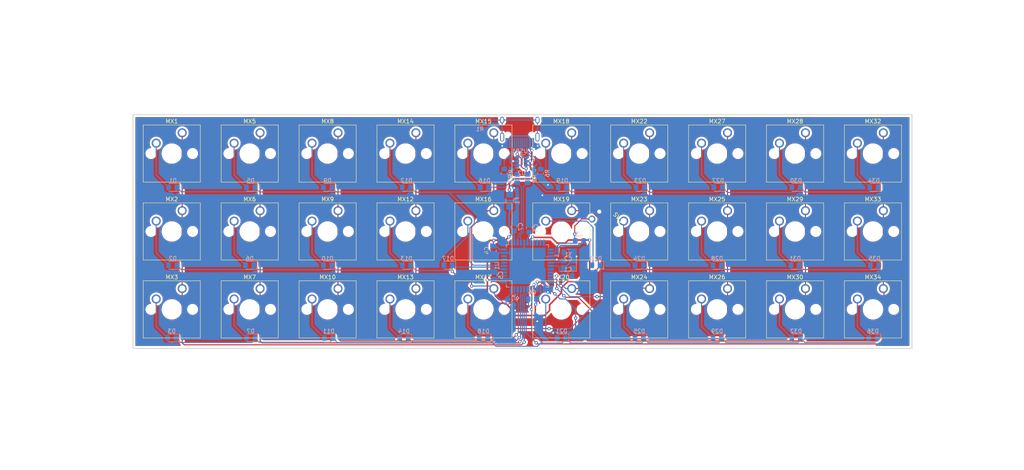
<source format=kicad_pcb>
(kicad_pcb (version 20171130) (host pcbnew 5.1.6)
  (layers (0 F.Cu signal) (31 B.Cu signal) (34 B.Paste user) (35 F.Paste user) (36 B.SilkS user) (37 F.SilkS user) (38 B.Mask user) (39 F.Mask user) (44 Edge.Cuts user))
  (net 0 "")
  (net 1 GND)
  (net 2 "Net-(C1-Pad1)")
  (net 3 "Net-(C2-Pad1)")
  (net 4 "Net-(C3-Pad1)")
  (net 5 +5V)
  (net 6 "Net-(D1-Pad2)")
  (net 7 ROW0)
  (net 8 "Net-(D2-Pad2)")
  (net 9 ROW1)
  (net 10 "Net-(D3-Pad2)")
  (net 11 ROW2)
  (net 12 "Net-(D5-Pad2)")
  (net 13 "Net-(D6-Pad2)")
  (net 14 "Net-(D7-Pad2)")
  (net 15 "Net-(D9-Pad2)")
  (net 16 "Net-(D10-Pad2)")
  (net 17 "Net-(D11-Pad2)")
  (net 18 "Net-(D12-Pad2)")
  (net 19 "Net-(D13-Pad2)")
  (net 20 "Net-(D14-Pad2)")
  (net 21 "Net-(D16-Pad2)")
  (net 22 "Net-(D17-Pad2)")
  (net 23 "Net-(D18-Pad2)")
  (net 24 "Net-(D19-Pad2)")
  (net 25 "Net-(D20-Pad2)")
  (net 26 "Net-(D21-Pad2)")
  (net 27 "Net-(D23-Pad2)")
  (net 28 "Net-(D24-Pad2)")
  (net 29 "Net-(D25-Pad2)")
  (net 30 "Net-(D27-Pad2)")
  (net 31 "Net-(D28-Pad2)")
  (net 32 "Net-(D29-Pad2)")
  (net 33 "Net-(D30-Pad2)")
  (net 34 "Net-(D31-Pad2)")
  (net 35 "Net-(D32-Pad2)")
  (net 36 "Net-(D34-Pad2)")
  (net 37 "Net-(D35-Pad2)")
  (net 38 "Net-(D36-Pad2)")
  (net 39 VBUS)
  (net 40 COL0)
  (net 41 COL1)
  (net 42 COL2)
  (net 43 COL3)
  (net 44 COL4)
  (net 45 COL5)
  (net 46 COL6)
  (net 47 COL7)
  (net 48 COL8)
  (net 49 COL9)
  (net 50 GNDREF)
  (net 51 DBUS+)
  (net 52 D+)
  (net 53 "Net-(R3-Pad2)")
  (net 54 "Net-(R4-Pad2)")
  (net 55 "Net-(R5-Pad2)")
  (net 56 "Net-(R6-Pad2)")
  (net 57 D-)
  (net 58 DBUS-)
  (net 59 "Net-(U1-Pad42)")
  (net 60 "Net-(U1-Pad41)")
  (net 61 "Net-(U1-Pad40)")
  (net 62 "Net-(U1-Pad37)")
  (net 63 "Net-(U1-Pad36)")
  (net 64 "Net-(U1-Pad19)")
  (net 65 "Net-(U1-Pad18)")
  (net 66 "Net-(U1-Pad12)")
  (net 67 "Net-(U1-Pad11)")
  (net 68 "Net-(U1-Pad10)")
  (net 69 "Net-(U1-Pad9)")
  (net 70 "Net-(U1-Pad8)")
  (net 71 "Net-(U1-Pad1)")
  (net 72 "Net-(USB1-Pad3)")
  (net 73 "Net-(USB1-Pad9)")
  (module Connector_PinHeader_2.54mm:PinHeader_1x02_P2.54mm_Horizontal (layer F.Cu) (at 144.533891 -27.069051 315)
    (fp_text reference SW1 (at 4.385 -2.27 135) (layer F.SilkS))
    (fp_text value SW_Push)
    (pad 2 thru_hole oval (at 0 2.54 315) (size 1.7 1.7) (drill 1) (layers *.Cu *.Mask) (net 53 "Net-(R3-Pad2)"))
    (pad 1 thru_hole rect (at 0 0 315) (size 1.7 1.7) (drill 1) (layers *.Cu *.Mask) (net 1 GND))
  )
  (module Crystal:Crystal_SMD_3225-4Pin_3.2x2.5mm (layer B.Cu) (at 136.93394 -14.19352 180)
    (fp_text reference Y1 (at 0 2.45) (layer B.SilkS) (effects (justify mirror)))
    (fp_text value 16MHz)
    (pad 1 smd rect (at -1.1 -0.85 180) (size 1.4 1.2) (layers B.Cu B.Paste B.Mask) (net 2 "Net-(C1-Pad1)"))
    (pad 2 smd rect (at 1.1 -0.85 180) (size 1.4 1.2) (layers B.Cu B.Paste B.Mask) (net 1 GND))
    (pad 3 smd rect (at 1.1 0.85 180) (size 1.4 1.2) (layers B.Cu B.Paste B.Mask) (net 3 "Net-(C2-Pad1)"))
    (pad 4 smd rect (at -1.1 0.85 180) (size 1.4 1.2) (layers B.Cu B.Paste B.Mask) (net 1 GND))
  )
  (module Type-C:HRO-TYPE-C-31-M-12-HandSoldering (layer B.Cu) (at 125.095 -52.07)
    (fp_text reference USB1 (at 0 10.2) (layer B.SilkS) (effects (justify mirror)))
    (fp_text value HRO-TYPE-C-31-M-12)
    (pad 13 thru_hole oval (at 4.32 2.6) (size 1 1.6) (drill oval 0.6 1.2) (layers *.Cu F.Mask) (net 50 GNDREF))
    (pad 13 thru_hole oval (at -4.32 2.6) (size 1 1.6) (drill oval 0.6 1.2) (layers *.Cu F.Mask) (net 50 GNDREF))
    (pad 13 thru_hole oval (at 4.32 6.78) (size 1 2.1) (drill oval 0.6 1.7) (layers *.Cu F.Mask) (net 50 GNDREF))
    (pad 13 thru_hole oval (at -4.32 6.78) (size 1 2.1) (drill oval 0.6 1.7) (layers *.Cu F.Mask) (net 50 GNDREF))
    (pad "" np_thru_hole circle (at -2.89 6.25) (size 0.65 0.65) (drill 0.65) (layers *.Cu *.Mask))
    (pad "" np_thru_hole circle (at 2.89 6.25) (size 0.65 0.65) (drill 0.65) (layers *.Cu *.Mask))
    (pad 6 smd rect (at -0.25 8.195) (size 0.3 2.45) (layers B.Cu B.Paste B.Mask) (net 51 DBUS+))
    (pad 7 smd rect (at 0.25 8.195) (size 0.3 2.45) (layers B.Cu B.Paste B.Mask) (net 58 DBUS-))
    (pad 8 smd rect (at 0.75 8.195) (size 0.3 2.45) (layers B.Cu B.Paste B.Mask) (net 51 DBUS+))
    (pad 5 smd rect (at -0.75 8.195) (size 0.3 2.45) (layers B.Cu B.Paste B.Mask) (net 58 DBUS-))
    (pad 9 smd rect (at 1.25 8.195) (size 0.3 2.45) (layers B.Cu B.Paste B.Mask) (net 73 "Net-(USB1-Pad9)"))
    (pad 4 smd rect (at -1.25 8.195) (size 0.3 2.45) (layers B.Cu B.Paste B.Mask) (net 55 "Net-(R5-Pad2)"))
    (pad 10 smd rect (at 1.75 8.195) (size 0.3 2.45) (layers B.Cu B.Paste B.Mask) (net 56 "Net-(R6-Pad2)"))
    (pad 3 smd rect (at -1.75 8.195) (size 0.3 2.45) (layers B.Cu B.Paste B.Mask) (net 72 "Net-(USB1-Pad3)"))
    (pad 2 smd rect (at -2.45 8.195) (size 0.6 2.45) (layers B.Cu B.Paste B.Mask) (net 39 VBUS))
    (pad 11 smd rect (at 2.45 8.195) (size 0.6 2.45) (layers B.Cu B.Paste B.Mask) (net 39 VBUS))
    (pad 1 smd rect (at -3.225 8.195) (size 0.6 2.45) (layers B.Cu B.Paste B.Mask) (net 1 GND))
    (pad 12 smd rect (at 3.225 8.195) (size 0.6 2.45) (layers B.Cu B.Paste B.Mask) (net 1 GND))
  )
  (module Package_TO_SOT_SMD:SOT-23-6 (layer B.Cu) (at 125.56 -39.37)
    (fp_text reference U2 (at 0 2.9) (layer B.SilkS) (effects (justify mirror)))
    (fp_text value SRV05-4)
    (pad 1 smd rect (at -1.1 0.95) (size 1.06 0.65) (layers B.Cu B.Paste B.Mask) (net 58 DBUS-))
    (pad 2 smd rect (at -1.1 0) (size 1.06 0.65) (layers B.Cu B.Paste B.Mask) (net 1 GND))
    (pad 3 smd rect (at -1.1 -0.95) (size 1.06 0.65) (layers B.Cu B.Paste B.Mask) (net 51 DBUS+))
    (pad 4 smd rect (at 1.1 -0.95) (size 1.06 0.65) (layers B.Cu B.Paste B.Mask) (net 58 DBUS-))
    (pad 6 smd rect (at 1.1 0.95) (size 1.06 0.65) (layers B.Cu B.Paste B.Mask) (net 51 DBUS+))
    (pad 5 smd rect (at 1.1 0) (size 1.06 0.65) (layers B.Cu B.Paste B.Mask) (net 39 VBUS))
  )
  (module Package_QFP:TQFP-44_10x10mm_P0.8mm (layer B.Cu) (at 126.96464 -13.80006 270)
    (fp_text reference U1 (at 0 7.45 90) (layer B.SilkS) (effects (justify mirror)))
    (fp_text value ATmega32U4-AU)
    (pad 1 smd rect (at -5.7 4 270) (size 1.5 0.55) (layers B.Cu B.Paste B.Mask) (net 71 "Net-(U1-Pad1)"))
    (pad 2 smd rect (at -5.7 3.2 270) (size 1.5 0.55) (layers B.Cu B.Paste B.Mask) (net 5 +5V))
    (pad 3 smd rect (at -5.7 2.4 270) (size 1.5 0.55) (layers B.Cu B.Paste B.Mask) (net 57 D-))
    (pad 4 smd rect (at -5.7 1.6 270) (size 1.5 0.55) (layers B.Cu B.Paste B.Mask) (net 52 D+))
    (pad 5 smd rect (at -5.7 0.8 270) (size 1.5 0.55) (layers B.Cu B.Paste B.Mask) (net 1 GND))
    (pad 6 smd rect (at -5.7 0 270) (size 1.5 0.55) (layers B.Cu B.Paste B.Mask) (net 4 "Net-(C3-Pad1)"))
    (pad 7 smd rect (at -5.7 -0.8 270) (size 1.5 0.55) (layers B.Cu B.Paste B.Mask) (net 5 +5V))
    (pad 8 smd rect (at -5.7 -1.6 270) (size 1.5 0.55) (layers B.Cu B.Paste B.Mask) (net 70 "Net-(U1-Pad8)"))
    (pad 9 smd rect (at -5.7 -2.4 270) (size 1.5 0.55) (layers B.Cu B.Paste B.Mask) (net 69 "Net-(U1-Pad9)"))
    (pad 10 smd rect (at -5.7 -3.2 270) (size 1.5 0.55) (layers B.Cu B.Paste B.Mask) (net 68 "Net-(U1-Pad10)"))
    (pad 11 smd rect (at -5.7 -4 270) (size 1.5 0.55) (layers B.Cu B.Paste B.Mask) (net 67 "Net-(U1-Pad11)"))
    (pad 12 smd rect (at -4 -5.7 180) (size 1.5 0.55) (layers B.Cu B.Paste B.Mask) (net 66 "Net-(U1-Pad12)"))
    (pad 13 smd rect (at -3.2 -5.7 180) (size 1.5 0.55) (layers B.Cu B.Paste B.Mask) (net 53 "Net-(R3-Pad2)"))
    (pad 14 smd rect (at -2.4 -5.7 180) (size 1.5 0.55) (layers B.Cu B.Paste B.Mask) (net 5 +5V))
    (pad 15 smd rect (at -1.6 -5.7 180) (size 1.5 0.55) (layers B.Cu B.Paste B.Mask) (net 1 GND))
    (pad 16 smd rect (at -0.8 -5.7 180) (size 1.5 0.55) (layers B.Cu B.Paste B.Mask) (net 3 "Net-(C2-Pad1)"))
    (pad 17 smd rect (at 0 -5.7 180) (size 1.5 0.55) (layers B.Cu B.Paste B.Mask) (net 2 "Net-(C1-Pad1)"))
    (pad 18 smd rect (at 0.8 -5.7 180) (size 1.5 0.55) (layers B.Cu B.Paste B.Mask) (net 65 "Net-(U1-Pad18)"))
    (pad 19 smd rect (at 1.6 -5.7 180) (size 1.5 0.55) (layers B.Cu B.Paste B.Mask) (net 64 "Net-(U1-Pad19)"))
    (pad 20 smd rect (at 2.4 -5.7 180) (size 1.5 0.55) (layers B.Cu B.Paste B.Mask) (net 47 COL7))
    (pad 21 smd rect (at 3.2 -5.7 180) (size 1.5 0.55) (layers B.Cu B.Paste B.Mask) (net 45 COL5))
    (pad 22 smd rect (at 4 -5.7 180) (size 1.5 0.55) (layers B.Cu B.Paste B.Mask) (net 46 COL6))
    (pad 23 smd rect (at 5.7 -4 270) (size 1.5 0.55) (layers B.Cu B.Paste B.Mask) (net 1 GND))
    (pad 24 smd rect (at 5.7 -3.2 270) (size 1.5 0.55) (layers B.Cu B.Paste B.Mask) (net 5 +5V))
    (pad 25 smd rect (at 5.7 -2.4 270) (size 1.5 0.55) (layers B.Cu B.Paste B.Mask) (net 48 COL8))
    (pad 26 smd rect (at 5.7 -1.6 270) (size 1.5 0.55) (layers B.Cu B.Paste B.Mask) (net 11 ROW2))
    (pad 27 smd rect (at 5.7 -0.8 270) (size 1.5 0.55) (layers B.Cu B.Paste B.Mask) (net 49 COL9))
    (pad 28 smd rect (at 5.7 0 270) (size 1.5 0.55) (layers B.Cu B.Paste B.Mask) (net 40 COL0))
    (pad 29 smd rect (at 5.7 0.8 270) (size 1.5 0.55) (layers B.Cu B.Paste B.Mask) (net 41 COL1))
    (pad 30 smd rect (at 5.7 1.6 270) (size 1.5 0.55) (layers B.Cu B.Paste B.Mask) (net 42 COL2))
    (pad 31 smd rect (at 5.7 2.4 270) (size 1.5 0.55) (layers B.Cu B.Paste B.Mask) (net 43 COL3))
    (pad 32 smd rect (at 5.7 3.2 270) (size 1.5 0.55) (layers B.Cu B.Paste B.Mask) (net 44 COL4))
    (pad 33 smd rect (at 5.7 4 270) (size 1.5 0.55) (layers B.Cu B.Paste B.Mask) (net 54 "Net-(R4-Pad2)"))
    (pad 34 smd rect (at 4 5.7 180) (size 1.5 0.55) (layers B.Cu B.Paste B.Mask) (net 5 +5V))
    (pad 35 smd rect (at 3.2 5.7 180) (size 1.5 0.55) (layers B.Cu B.Paste B.Mask) (net 1 GND))
    (pad 36 smd rect (at 2.4 5.7 180) (size 1.5 0.55) (layers B.Cu B.Paste B.Mask) (net 63 "Net-(U1-Pad36)"))
    (pad 37 smd rect (at 1.6 5.7 180) (size 1.5 0.55) (layers B.Cu B.Paste B.Mask) (net 62 "Net-(U1-Pad37)"))
    (pad 38 smd rect (at 0.8 5.7 180) (size 1.5 0.55) (layers B.Cu B.Paste B.Mask) (net 9 ROW1))
    (pad 39 smd rect (at 0 5.7 180) (size 1.5 0.55) (layers B.Cu B.Paste B.Mask) (net 7 ROW0))
    (pad 40 smd rect (at -0.8 5.7 180) (size 1.5 0.55) (layers B.Cu B.Paste B.Mask) (net 61 "Net-(U1-Pad40)"))
    (pad 41 smd rect (at -1.6 5.7 180) (size 1.5 0.55) (layers B.Cu B.Paste B.Mask) (net 60 "Net-(U1-Pad41)"))
    (pad 42 smd rect (at -2.4 5.7 180) (size 1.5 0.55) (layers B.Cu B.Paste B.Mask) (net 59 "Net-(U1-Pad42)"))
    (pad 43 smd rect (at -3.2 5.7 180) (size 1.5 0.55) (layers B.Cu B.Paste B.Mask) (net 1 GND))
    (pad 44 smd rect (at -4 5.7 180) (size 1.5 0.55) (layers B.Cu B.Paste B.Mask) (net 5 +5V))
  )
  (module Resistor_SMD:R_0805_2012Metric_Pad1.15x1.40mm_HandSolder (layer B.Cu) (at 124.46 -35.17 270)
    (fp_text reference R7 (at 0 1.65 90) (layer B.SilkS) (effects (justify mirror)))
    (fp_text value 22)
    (pad 1 smd roundrect (at -1.025 0 270) (size 1.15 1.4) (layers B.Cu B.Paste B.Mask) (roundrect_rratio 0.217391) (net 58 DBUS-))
    (pad 2 smd roundrect (at 1.025 0 270) (size 1.15 1.4) (layers B.Cu B.Paste B.Mask) (roundrect_rratio 0.217391) (net 57 D-))
  )
  (module Resistor_SMD:R_0805_2012Metric_Pad1.15x1.40mm_HandSolder (layer B.Cu) (at 130.175 -36.44 90)
    (fp_text reference R6 (at 0 1.65 90) (layer B.SilkS) (effects (justify mirror)))
    (fp_text value 5.1k)
    (pad 1 smd roundrect (at -1.025 0 90) (size 1.15 1.4) (layers B.Cu B.Paste B.Mask) (roundrect_rratio 0.217391) (net 1 GND))
    (pad 2 smd roundrect (at 1.025 0 90) (size 1.15 1.4) (layers B.Cu B.Paste B.Mask) (roundrect_rratio 0.217391) (net 56 "Net-(R6-Pad2)"))
  )
  (module Resistor_SMD:R_0805_2012Metric_Pad1.15x1.40mm_HandSolder (layer B.Cu) (at 121.285 -36.44 90)
    (fp_text reference R5 (at 0 1.65 90) (layer B.SilkS) (effects (justify mirror)))
    (fp_text value 5.1k)
    (pad 1 smd roundrect (at -1.025 0 90) (size 1.15 1.4) (layers B.Cu B.Paste B.Mask) (roundrect_rratio 0.217391) (net 1 GND))
    (pad 2 smd roundrect (at 1.025 0 90) (size 1.15 1.4) (layers B.Cu B.Paste B.Mask) (roundrect_rratio 0.217391) (net 55 "Net-(R5-Pad2)"))
  )
  (module Resistor_SMD:R_0805_2012Metric_Pad1.15x1.40mm_HandSolder (layer B.Cu) (at 122.810656 -4.900544 135)
    (fp_text reference R4 (at 0 1.65 135) (layer B.SilkS) (effects (justify mirror)))
    (fp_text value 10k)
    (pad 1 smd roundrect (at -1.025 0 135) (size 1.15 1.4) (layers B.Cu B.Paste B.Mask) (roundrect_rratio 0.217391) (net 1 GND))
    (pad 2 smd roundrect (at 1.025 0 135) (size 1.15 1.4) (layers B.Cu B.Paste B.Mask) (roundrect_rratio 0.217391) (net 54 "Net-(R4-Pad2)"))
  )
  (module Resistor_SMD:R_0805_2012Metric_Pad1.15x1.40mm_HandSolder (layer B.Cu) (at 139.69238 -19.89328 180)
    (fp_text reference R3 (at 0 1.65 180) (layer B.SilkS) (effects (justify mirror)))
    (fp_text value 10k)
    (pad 1 smd roundrect (at -1.025 0 180) (size 1.15 1.4) (layers B.Cu B.Paste B.Mask) (roundrect_rratio 0.217391) (net 5 +5V))
    (pad 2 smd roundrect (at 1.025 0 180) (size 1.15 1.4) (layers B.Cu B.Paste B.Mask) (roundrect_rratio 0.217391) (net 53 "Net-(R3-Pad2)"))
  )
  (module Resistor_SMD:R_0805_2012Metric_Pad1.15x1.40mm_HandSolder (layer B.Cu) (at 127 -35.17 90)
    (fp_text reference R2 (at 0 1.65 90) (layer B.SilkS) (effects (justify mirror)))
    (fp_text value 22)
    (pad 1 smd roundrect (at -1.025 0 90) (size 1.15 1.4) (layers B.Cu B.Paste B.Mask) (roundrect_rratio 0.217391) (net 52 D+))
    (pad 2 smd roundrect (at 1.025 0 90) (size 1.15 1.4) (layers B.Cu B.Paste B.Mask) (roundrect_rratio 0.217391) (net 51 DBUS+))
  )
  (module Resistor_SMD:R_0805_2012Metric_Pad1.15x1.40mm_HandSolder (layer B.Cu) (at 115.325 -48.895)
    (fp_text reference R1 (at 0 1.65) (layer B.SilkS) (effects (justify mirror)))
    (fp_text value 1M)
    (pad 1 smd roundrect (at -1.025 0) (size 1.15 1.4) (layers B.Cu B.Paste B.Mask) (roundrect_rratio 0.217391) (net 1 GND))
    (pad 2 smd roundrect (at 1.025 0) (size 1.15 1.4) (layers B.Cu B.Paste B.Mask) (roundrect_rratio 0.217391) (net 50 GNDREF))
  )
  (module Button_Switch_Keyboard:SW_Cherry_MX_1.00u_PCB (layer F.Cu) (at 213.995 -8.255)
    (fp_text reference MX34 (at -2.54 -2.794) (layer F.SilkS))
    (fp_text value MX-NoLED)
    (pad 1 thru_hole circle (at 0 0) (size 2.2 2.2) (drill 1.5) (layers *.Cu *.Mask) (net 49 COL9))
    (pad 2 thru_hole circle (at -6.35 2.54) (size 2.2 2.2) (drill 1.5) (layers *.Cu *.Mask) (net 38 "Net-(D36-Pad2)"))
    (pad "" np_thru_hole circle (at -2.54 5.08) (size 4 4) (drill 4) (layers *.Cu *.Mask))
    (pad "" np_thru_hole circle (at -7.62 5.08) (size 1.7 1.7) (drill 1.7) (layers *.Cu *.Mask))
    (pad "" np_thru_hole circle (at 2.54 5.08) (size 1.7 1.7) (drill 1.7) (layers *.Cu *.Mask))
  )
  (module Button_Switch_Keyboard:SW_Cherry_MX_1.00u_PCB (layer F.Cu) (at 213.995 -27.305)
    (fp_text reference MX33 (at -2.54 -2.794) (layer F.SilkS))
    (fp_text value MX-NoLED)
    (pad 1 thru_hole circle (at 0 0) (size 2.2 2.2) (drill 1.5) (layers *.Cu *.Mask) (net 49 COL9))
    (pad 2 thru_hole circle (at -6.35 2.54) (size 2.2 2.2) (drill 1.5) (layers *.Cu *.Mask) (net 37 "Net-(D35-Pad2)"))
    (pad "" np_thru_hole circle (at -2.54 5.08) (size 4 4) (drill 4) (layers *.Cu *.Mask))
    (pad "" np_thru_hole circle (at -7.62 5.08) (size 1.7 1.7) (drill 1.7) (layers *.Cu *.Mask))
    (pad "" np_thru_hole circle (at 2.54 5.08) (size 1.7 1.7) (drill 1.7) (layers *.Cu *.Mask))
  )
  (module Button_Switch_Keyboard:SW_Cherry_MX_1.00u_PCB (layer F.Cu) (at 213.995 -46.355)
    (fp_text reference MX32 (at -2.54 -2.794) (layer F.SilkS))
    (fp_text value MX-NoLED)
    (pad 1 thru_hole circle (at 0 0) (size 2.2 2.2) (drill 1.5) (layers *.Cu *.Mask) (net 49 COL9))
    (pad 2 thru_hole circle (at -6.35 2.54) (size 2.2 2.2) (drill 1.5) (layers *.Cu *.Mask) (net 36 "Net-(D34-Pad2)"))
    (pad "" np_thru_hole circle (at -2.54 5.08) (size 4 4) (drill 4) (layers *.Cu *.Mask))
    (pad "" np_thru_hole circle (at -7.62 5.08) (size 1.7 1.7) (drill 1.7) (layers *.Cu *.Mask))
    (pad "" np_thru_hole circle (at 2.54 5.08) (size 1.7 1.7) (drill 1.7) (layers *.Cu *.Mask))
  )
  (module Button_Switch_Keyboard:SW_Cherry_MX_1.00u_PCB (layer F.Cu) (at 194.945 -8.255)
    (fp_text reference MX30 (at -2.54 -2.794) (layer F.SilkS))
    (fp_text value MX-NoLED)
    (pad 1 thru_hole circle (at 0 0) (size 2.2 2.2) (drill 1.5) (layers *.Cu *.Mask) (net 48 COL8))
    (pad 2 thru_hole circle (at -6.35 2.54) (size 2.2 2.2) (drill 1.5) (layers *.Cu *.Mask) (net 35 "Net-(D32-Pad2)"))
    (pad "" np_thru_hole circle (at -2.54 5.08) (size 4 4) (drill 4) (layers *.Cu *.Mask))
    (pad "" np_thru_hole circle (at -7.62 5.08) (size 1.7 1.7) (drill 1.7) (layers *.Cu *.Mask))
    (pad "" np_thru_hole circle (at 2.54 5.08) (size 1.7 1.7) (drill 1.7) (layers *.Cu *.Mask))
  )
  (module Button_Switch_Keyboard:SW_Cherry_MX_1.00u_PCB (layer F.Cu) (at 194.945 -27.305)
    (fp_text reference MX29 (at -2.54 -2.794) (layer F.SilkS))
    (fp_text value MX-NoLED)
    (pad 1 thru_hole circle (at 0 0) (size 2.2 2.2) (drill 1.5) (layers *.Cu *.Mask) (net 48 COL8))
    (pad 2 thru_hole circle (at -6.35 2.54) (size 2.2 2.2) (drill 1.5) (layers *.Cu *.Mask) (net 34 "Net-(D31-Pad2)"))
    (pad "" np_thru_hole circle (at -2.54 5.08) (size 4 4) (drill 4) (layers *.Cu *.Mask))
    (pad "" np_thru_hole circle (at -7.62 5.08) (size 1.7 1.7) (drill 1.7) (layers *.Cu *.Mask))
    (pad "" np_thru_hole circle (at 2.54 5.08) (size 1.7 1.7) (drill 1.7) (layers *.Cu *.Mask))
  )
  (module Button_Switch_Keyboard:SW_Cherry_MX_1.00u_PCB (layer F.Cu) (at 194.945 -46.355)
    (fp_text reference MX28 (at -2.54 -2.794) (layer F.SilkS))
    (fp_text value MX-NoLED)
    (pad 1 thru_hole circle (at 0 0) (size 2.2 2.2) (drill 1.5) (layers *.Cu *.Mask) (net 48 COL8))
    (pad 2 thru_hole circle (at -6.35 2.54) (size 2.2 2.2) (drill 1.5) (layers *.Cu *.Mask) (net 33 "Net-(D30-Pad2)"))
    (pad "" np_thru_hole circle (at -2.54 5.08) (size 4 4) (drill 4) (layers *.Cu *.Mask))
    (pad "" np_thru_hole circle (at -7.62 5.08) (size 1.7 1.7) (drill 1.7) (layers *.Cu *.Mask))
    (pad "" np_thru_hole circle (at 2.54 5.08) (size 1.7 1.7) (drill 1.7) (layers *.Cu *.Mask))
  )
  (module Button_Switch_Keyboard:SW_Cherry_MX_1.00u_PCB (layer F.Cu) (at 175.895 -46.355)
    (fp_text reference MX27 (at -2.54 -2.794) (layer F.SilkS))
    (fp_text value MX-NoLED)
    (pad 1 thru_hole circle (at 0 0) (size 2.2 2.2) (drill 1.5) (layers *.Cu *.Mask) (net 47 COL7))
    (pad 2 thru_hole circle (at -6.35 2.54) (size 2.2 2.2) (drill 1.5) (layers *.Cu *.Mask) (net 30 "Net-(D27-Pad2)"))
    (pad "" np_thru_hole circle (at -2.54 5.08) (size 4 4) (drill 4) (layers *.Cu *.Mask))
    (pad "" np_thru_hole circle (at -7.62 5.08) (size 1.7 1.7) (drill 1.7) (layers *.Cu *.Mask))
    (pad "" np_thru_hole circle (at 2.54 5.08) (size 1.7 1.7) (drill 1.7) (layers *.Cu *.Mask))
  )
  (module Button_Switch_Keyboard:SW_Cherry_MX_1.00u_PCB (layer F.Cu) (at 175.895 -8.255)
    (fp_text reference MX26 (at -2.54 -2.794) (layer F.SilkS))
    (fp_text value MX-NoLED)
    (pad 1 thru_hole circle (at 0 0) (size 2.2 2.2) (drill 1.5) (layers *.Cu *.Mask) (net 47 COL7))
    (pad 2 thru_hole circle (at -6.35 2.54) (size 2.2 2.2) (drill 1.5) (layers *.Cu *.Mask) (net 32 "Net-(D29-Pad2)"))
    (pad "" np_thru_hole circle (at -2.54 5.08) (size 4 4) (drill 4) (layers *.Cu *.Mask))
    (pad "" np_thru_hole circle (at -7.62 5.08) (size 1.7 1.7) (drill 1.7) (layers *.Cu *.Mask))
    (pad "" np_thru_hole circle (at 2.54 5.08) (size 1.7 1.7) (drill 1.7) (layers *.Cu *.Mask))
  )
  (module Button_Switch_Keyboard:SW_Cherry_MX_1.00u_PCB (layer F.Cu) (at 175.895 -27.305)
    (fp_text reference MX25 (at -2.54 -2.794) (layer F.SilkS))
    (fp_text value MX-NoLED)
    (pad 1 thru_hole circle (at 0 0) (size 2.2 2.2) (drill 1.5) (layers *.Cu *.Mask) (net 47 COL7))
    (pad 2 thru_hole circle (at -6.35 2.54) (size 2.2 2.2) (drill 1.5) (layers *.Cu *.Mask) (net 31 "Net-(D28-Pad2)"))
    (pad "" np_thru_hole circle (at -2.54 5.08) (size 4 4) (drill 4) (layers *.Cu *.Mask))
    (pad "" np_thru_hole circle (at -7.62 5.08) (size 1.7 1.7) (drill 1.7) (layers *.Cu *.Mask))
    (pad "" np_thru_hole circle (at 2.54 5.08) (size 1.7 1.7) (drill 1.7) (layers *.Cu *.Mask))
  )
  (module Button_Switch_Keyboard:SW_Cherry_MX_1.00u_PCB (layer F.Cu) (at 156.845 -8.255)
    (fp_text reference MX24 (at -2.54 -2.794) (layer F.SilkS))
    (fp_text value MX-NoLED)
    (pad 1 thru_hole circle (at 0 0) (size 2.2 2.2) (drill 1.5) (layers *.Cu *.Mask) (net 46 COL6))
    (pad 2 thru_hole circle (at -6.35 2.54) (size 2.2 2.2) (drill 1.5) (layers *.Cu *.Mask) (net 29 "Net-(D25-Pad2)"))
    (pad "" np_thru_hole circle (at -2.54 5.08) (size 4 4) (drill 4) (layers *.Cu *.Mask))
    (pad "" np_thru_hole circle (at -7.62 5.08) (size 1.7 1.7) (drill 1.7) (layers *.Cu *.Mask))
    (pad "" np_thru_hole circle (at 2.54 5.08) (size 1.7 1.7) (drill 1.7) (layers *.Cu *.Mask))
  )
  (module Button_Switch_Keyboard:SW_Cherry_MX_1.00u_PCB (layer F.Cu) (at 156.845 -27.305)
    (fp_text reference MX23 (at -2.54 -2.794) (layer F.SilkS))
    (fp_text value MX-NoLED)
    (pad 1 thru_hole circle (at 0 0) (size 2.2 2.2) (drill 1.5) (layers *.Cu *.Mask) (net 46 COL6))
    (pad 2 thru_hole circle (at -6.35 2.54) (size 2.2 2.2) (drill 1.5) (layers *.Cu *.Mask) (net 28 "Net-(D24-Pad2)"))
    (pad "" np_thru_hole circle (at -2.54 5.08) (size 4 4) (drill 4) (layers *.Cu *.Mask))
    (pad "" np_thru_hole circle (at -7.62 5.08) (size 1.7 1.7) (drill 1.7) (layers *.Cu *.Mask))
    (pad "" np_thru_hole circle (at 2.54 5.08) (size 1.7 1.7) (drill 1.7) (layers *.Cu *.Mask))
  )
  (module Button_Switch_Keyboard:SW_Cherry_MX_1.00u_PCB (layer F.Cu) (at 156.845 -46.355)
    (fp_text reference MX22 (at -2.54 -2.794) (layer F.SilkS))
    (fp_text value MX-NoLED)
    (pad 1 thru_hole circle (at 0 0) (size 2.2 2.2) (drill 1.5) (layers *.Cu *.Mask) (net 46 COL6))
    (pad 2 thru_hole circle (at -6.35 2.54) (size 2.2 2.2) (drill 1.5) (layers *.Cu *.Mask) (net 27 "Net-(D23-Pad2)"))
    (pad "" np_thru_hole circle (at -2.54 5.08) (size 4 4) (drill 4) (layers *.Cu *.Mask))
    (pad "" np_thru_hole circle (at -7.62 5.08) (size 1.7 1.7) (drill 1.7) (layers *.Cu *.Mask))
    (pad "" np_thru_hole circle (at 2.54 5.08) (size 1.7 1.7) (drill 1.7) (layers *.Cu *.Mask))
  )
  (module Button_Switch_Keyboard:SW_Cherry_MX_1.00u_PCB (layer F.Cu) (at 137.795 -8.255)
    (fp_text reference MX20 (at -2.54 -2.794) (layer F.SilkS))
    (fp_text value MX-NoLED)
    (pad 1 thru_hole circle (at 0 0) (size 2.2 2.2) (drill 1.5) (layers *.Cu *.Mask) (net 45 COL5))
    (pad 2 thru_hole circle (at -6.35 2.54) (size 2.2 2.2) (drill 1.5) (layers *.Cu *.Mask) (net 26 "Net-(D21-Pad2)"))
    (pad "" np_thru_hole circle (at -2.54 5.08) (size 4 4) (drill 4) (layers *.Cu *.Mask))
    (pad "" np_thru_hole circle (at -7.62 5.08) (size 1.7 1.7) (drill 1.7) (layers *.Cu *.Mask))
    (pad "" np_thru_hole circle (at 2.54 5.08) (size 1.7 1.7) (drill 1.7) (layers *.Cu *.Mask))
  )
  (module Button_Switch_Keyboard:SW_Cherry_MX_1.00u_PCB (layer F.Cu) (at 137.795 -27.305)
    (fp_text reference MX19 (at -2.54 -2.794) (layer F.SilkS))
    (fp_text value MX-NoLED)
    (pad 1 thru_hole circle (at 0 0) (size 2.2 2.2) (drill 1.5) (layers *.Cu *.Mask) (net 45 COL5))
    (pad 2 thru_hole circle (at -6.35 2.54) (size 2.2 2.2) (drill 1.5) (layers *.Cu *.Mask) (net 25 "Net-(D20-Pad2)"))
    (pad "" np_thru_hole circle (at -2.54 5.08) (size 4 4) (drill 4) (layers *.Cu *.Mask))
    (pad "" np_thru_hole circle (at -7.62 5.08) (size 1.7 1.7) (drill 1.7) (layers *.Cu *.Mask))
    (pad "" np_thru_hole circle (at 2.54 5.08) (size 1.7 1.7) (drill 1.7) (layers *.Cu *.Mask))
  )
  (module Button_Switch_Keyboard:SW_Cherry_MX_1.00u_PCB (layer F.Cu) (at 137.795 -46.355)
    (fp_text reference MX18 (at -2.54 -2.794) (layer F.SilkS))
    (fp_text value MX-NoLED)
    (pad 1 thru_hole circle (at 0 0) (size 2.2 2.2) (drill 1.5) (layers *.Cu *.Mask) (net 45 COL5))
    (pad 2 thru_hole circle (at -6.35 2.54) (size 2.2 2.2) (drill 1.5) (layers *.Cu *.Mask) (net 24 "Net-(D19-Pad2)"))
    (pad "" np_thru_hole circle (at -2.54 5.08) (size 4 4) (drill 4) (layers *.Cu *.Mask))
    (pad "" np_thru_hole circle (at -7.62 5.08) (size 1.7 1.7) (drill 1.7) (layers *.Cu *.Mask))
    (pad "" np_thru_hole circle (at 2.54 5.08) (size 1.7 1.7) (drill 1.7) (layers *.Cu *.Mask))
  )
  (module Button_Switch_Keyboard:SW_Cherry_MX_1.00u_PCB (layer F.Cu) (at 118.745 -8.255)
    (fp_text reference MX17 (at -2.54 -2.794) (layer F.SilkS))
    (fp_text value MX-NoLED)
    (pad 1 thru_hole circle (at 0 0) (size 2.2 2.2) (drill 1.5) (layers *.Cu *.Mask) (net 44 COL4))
    (pad 2 thru_hole circle (at -6.35 2.54) (size 2.2 2.2) (drill 1.5) (layers *.Cu *.Mask) (net 23 "Net-(D18-Pad2)"))
    (pad "" np_thru_hole circle (at -2.54 5.08) (size 4 4) (drill 4) (layers *.Cu *.Mask))
    (pad "" np_thru_hole circle (at -7.62 5.08) (size 1.7 1.7) (drill 1.7) (layers *.Cu *.Mask))
    (pad "" np_thru_hole circle (at 2.54 5.08) (size 1.7 1.7) (drill 1.7) (layers *.Cu *.Mask))
  )
  (module Button_Switch_Keyboard:SW_Cherry_MX_1.00u_PCB (layer F.Cu) (at 118.745 -27.305)
    (fp_text reference MX16 (at -2.54 -2.794) (layer F.SilkS))
    (fp_text value MX-NoLED)
    (pad 1 thru_hole circle (at 0 0) (size 2.2 2.2) (drill 1.5) (layers *.Cu *.Mask) (net 44 COL4))
    (pad 2 thru_hole circle (at -6.35 2.54) (size 2.2 2.2) (drill 1.5) (layers *.Cu *.Mask) (net 22 "Net-(D17-Pad2)"))
    (pad "" np_thru_hole circle (at -2.54 5.08) (size 4 4) (drill 4) (layers *.Cu *.Mask))
    (pad "" np_thru_hole circle (at -7.62 5.08) (size 1.7 1.7) (drill 1.7) (layers *.Cu *.Mask))
    (pad "" np_thru_hole circle (at 2.54 5.08) (size 1.7 1.7) (drill 1.7) (layers *.Cu *.Mask))
  )
  (module Button_Switch_Keyboard:SW_Cherry_MX_1.00u_PCB (layer F.Cu) (at 118.745 -46.355)
    (fp_text reference MX15 (at -2.54 -2.794) (layer F.SilkS))
    (fp_text value MX-NoLED)
    (pad 1 thru_hole circle (at 0 0) (size 2.2 2.2) (drill 1.5) (layers *.Cu *.Mask) (net 44 COL4))
    (pad 2 thru_hole circle (at -6.35 2.54) (size 2.2 2.2) (drill 1.5) (layers *.Cu *.Mask) (net 21 "Net-(D16-Pad2)"))
    (pad "" np_thru_hole circle (at -2.54 5.08) (size 4 4) (drill 4) (layers *.Cu *.Mask))
    (pad "" np_thru_hole circle (at -7.62 5.08) (size 1.7 1.7) (drill 1.7) (layers *.Cu *.Mask))
    (pad "" np_thru_hole circle (at 2.54 5.08) (size 1.7 1.7) (drill 1.7) (layers *.Cu *.Mask))
  )
  (module Button_Switch_Keyboard:SW_Cherry_MX_1.00u_PCB (layer F.Cu) (at 99.695 -46.355)
    (fp_text reference MX14 (at -2.54 -2.794) (layer F.SilkS))
    (fp_text value MX-NoLED)
    (pad 1 thru_hole circle (at 0 0) (size 2.2 2.2) (drill 1.5) (layers *.Cu *.Mask) (net 43 COL3))
    (pad 2 thru_hole circle (at -6.35 2.54) (size 2.2 2.2) (drill 1.5) (layers *.Cu *.Mask) (net 18 "Net-(D12-Pad2)"))
    (pad "" np_thru_hole circle (at -2.54 5.08) (size 4 4) (drill 4) (layers *.Cu *.Mask))
    (pad "" np_thru_hole circle (at -7.62 5.08) (size 1.7 1.7) (drill 1.7) (layers *.Cu *.Mask))
    (pad "" np_thru_hole circle (at 2.54 5.08) (size 1.7 1.7) (drill 1.7) (layers *.Cu *.Mask))
  )
  (module Button_Switch_Keyboard:SW_Cherry_MX_1.00u_PCB (layer F.Cu) (at 99.695 -8.255)
    (fp_text reference MX13 (at -2.54 -2.794) (layer F.SilkS))
    (fp_text value MX-NoLED)
    (pad 1 thru_hole circle (at 0 0) (size 2.2 2.2) (drill 1.5) (layers *.Cu *.Mask) (net 43 COL3))
    (pad 2 thru_hole circle (at -6.35 2.54) (size 2.2 2.2) (drill 1.5) (layers *.Cu *.Mask) (net 20 "Net-(D14-Pad2)"))
    (pad "" np_thru_hole circle (at -2.54 5.08) (size 4 4) (drill 4) (layers *.Cu *.Mask))
    (pad "" np_thru_hole circle (at -7.62 5.08) (size 1.7 1.7) (drill 1.7) (layers *.Cu *.Mask))
    (pad "" np_thru_hole circle (at 2.54 5.08) (size 1.7 1.7) (drill 1.7) (layers *.Cu *.Mask))
  )
  (module Button_Switch_Keyboard:SW_Cherry_MX_1.00u_PCB (layer F.Cu) (at 99.695 -27.305)
    (fp_text reference MX12 (at -2.54 -2.794) (layer F.SilkS))
    (fp_text value MX-NoLED)
    (pad 1 thru_hole circle (at 0 0) (size 2.2 2.2) (drill 1.5) (layers *.Cu *.Mask) (net 43 COL3))
    (pad 2 thru_hole circle (at -6.35 2.54) (size 2.2 2.2) (drill 1.5) (layers *.Cu *.Mask) (net 19 "Net-(D13-Pad2)"))
    (pad "" np_thru_hole circle (at -2.54 5.08) (size 4 4) (drill 4) (layers *.Cu *.Mask))
    (pad "" np_thru_hole circle (at -7.62 5.08) (size 1.7 1.7) (drill 1.7) (layers *.Cu *.Mask))
    (pad "" np_thru_hole circle (at 2.54 5.08) (size 1.7 1.7) (drill 1.7) (layers *.Cu *.Mask))
  )
  (module Button_Switch_Keyboard:SW_Cherry_MX_1.00u_PCB (layer F.Cu) (at 80.645 -8.255)
    (fp_text reference MX10 (at -2.54 -2.794) (layer F.SilkS))
    (fp_text value MX-NoLED)
    (pad 1 thru_hole circle (at 0 0) (size 2.2 2.2) (drill 1.5) (layers *.Cu *.Mask) (net 42 COL2))
    (pad 2 thru_hole circle (at -6.35 2.54) (size 2.2 2.2) (drill 1.5) (layers *.Cu *.Mask) (net 17 "Net-(D11-Pad2)"))
    (pad "" np_thru_hole circle (at -2.54 5.08) (size 4 4) (drill 4) (layers *.Cu *.Mask))
    (pad "" np_thru_hole circle (at -7.62 5.08) (size 1.7 1.7) (drill 1.7) (layers *.Cu *.Mask))
    (pad "" np_thru_hole circle (at 2.54 5.08) (size 1.7 1.7) (drill 1.7) (layers *.Cu *.Mask))
  )
  (module Button_Switch_Keyboard:SW_Cherry_MX_1.00u_PCB (layer F.Cu) (at 80.645 -27.305)
    (fp_text reference MX9 (at -2.54 -2.794) (layer F.SilkS))
    (fp_text value MX-NoLED)
    (pad 1 thru_hole circle (at 0 0) (size 2.2 2.2) (drill 1.5) (layers *.Cu *.Mask) (net 42 COL2))
    (pad 2 thru_hole circle (at -6.35 2.54) (size 2.2 2.2) (drill 1.5) (layers *.Cu *.Mask) (net 16 "Net-(D10-Pad2)"))
    (pad "" np_thru_hole circle (at -2.54 5.08) (size 4 4) (drill 4) (layers *.Cu *.Mask))
    (pad "" np_thru_hole circle (at -7.62 5.08) (size 1.7 1.7) (drill 1.7) (layers *.Cu *.Mask))
    (pad "" np_thru_hole circle (at 2.54 5.08) (size 1.7 1.7) (drill 1.7) (layers *.Cu *.Mask))
  )
  (module Button_Switch_Keyboard:SW_Cherry_MX_1.00u_PCB (layer F.Cu) (at 80.645 -46.355)
    (fp_text reference MX8 (at -2.54 -2.794) (layer F.SilkS))
    (fp_text value MX-NoLED)
    (pad 1 thru_hole circle (at 0 0) (size 2.2 2.2) (drill 1.5) (layers *.Cu *.Mask) (net 42 COL2))
    (pad 2 thru_hole circle (at -6.35 2.54) (size 2.2 2.2) (drill 1.5) (layers *.Cu *.Mask) (net 15 "Net-(D9-Pad2)"))
    (pad "" np_thru_hole circle (at -2.54 5.08) (size 4 4) (drill 4) (layers *.Cu *.Mask))
    (pad "" np_thru_hole circle (at -7.62 5.08) (size 1.7 1.7) (drill 1.7) (layers *.Cu *.Mask))
    (pad "" np_thru_hole circle (at 2.54 5.08) (size 1.7 1.7) (drill 1.7) (layers *.Cu *.Mask))
  )
  (module Button_Switch_Keyboard:SW_Cherry_MX_1.00u_PCB (layer F.Cu) (at 61.595 -8.255)
    (fp_text reference MX7 (at -2.54 -2.794) (layer F.SilkS))
    (fp_text value MX-NoLED)
    (pad 1 thru_hole circle (at 0 0) (size 2.2 2.2) (drill 1.5) (layers *.Cu *.Mask) (net 41 COL1))
    (pad 2 thru_hole circle (at -6.35 2.54) (size 2.2 2.2) (drill 1.5) (layers *.Cu *.Mask) (net 14 "Net-(D7-Pad2)"))
    (pad "" np_thru_hole circle (at -2.54 5.08) (size 4 4) (drill 4) (layers *.Cu *.Mask))
    (pad "" np_thru_hole circle (at -7.62 5.08) (size 1.7 1.7) (drill 1.7) (layers *.Cu *.Mask))
    (pad "" np_thru_hole circle (at 2.54 5.08) (size 1.7 1.7) (drill 1.7) (layers *.Cu *.Mask))
  )
  (module Button_Switch_Keyboard:SW_Cherry_MX_1.00u_PCB (layer F.Cu) (at 61.595 -27.305)
    (fp_text reference MX6 (at -2.54 -2.794) (layer F.SilkS))
    (fp_text value MX-NoLED)
    (pad 1 thru_hole circle (at 0 0) (size 2.2 2.2) (drill 1.5) (layers *.Cu *.Mask) (net 41 COL1))
    (pad 2 thru_hole circle (at -6.35 2.54) (size 2.2 2.2) (drill 1.5) (layers *.Cu *.Mask) (net 13 "Net-(D6-Pad2)"))
    (pad "" np_thru_hole circle (at -2.54 5.08) (size 4 4) (drill 4) (layers *.Cu *.Mask))
    (pad "" np_thru_hole circle (at -7.62 5.08) (size 1.7 1.7) (drill 1.7) (layers *.Cu *.Mask))
    (pad "" np_thru_hole circle (at 2.54 5.08) (size 1.7 1.7) (drill 1.7) (layers *.Cu *.Mask))
  )
  (module Button_Switch_Keyboard:SW_Cherry_MX_1.00u_PCB (layer F.Cu) (at 61.595 -46.355)
    (fp_text reference MX5 (at -2.54 -2.794) (layer F.SilkS))
    (fp_text value MX-NoLED)
    (pad 1 thru_hole circle (at 0 0) (size 2.2 2.2) (drill 1.5) (layers *.Cu *.Mask) (net 41 COL1))
    (pad 2 thru_hole circle (at -6.35 2.54) (size 2.2 2.2) (drill 1.5) (layers *.Cu *.Mask) (net 12 "Net-(D5-Pad2)"))
    (pad "" np_thru_hole circle (at -2.54 5.08) (size 4 4) (drill 4) (layers *.Cu *.Mask))
    (pad "" np_thru_hole circle (at -7.62 5.08) (size 1.7 1.7) (drill 1.7) (layers *.Cu *.Mask))
    (pad "" np_thru_hole circle (at 2.54 5.08) (size 1.7 1.7) (drill 1.7) (layers *.Cu *.Mask))
  )
  (module Button_Switch_Keyboard:SW_Cherry_MX_1.00u_PCB (layer F.Cu) (at 42.545 -8.255)
    (fp_text reference MX3 (at -2.54 -2.794) (layer F.SilkS))
    (fp_text value MX-NoLED)
    (pad 1 thru_hole circle (at 0 0) (size 2.2 2.2) (drill 1.5) (layers *.Cu *.Mask) (net 40 COL0))
    (pad 2 thru_hole circle (at -6.35 2.54) (size 2.2 2.2) (drill 1.5) (layers *.Cu *.Mask) (net 10 "Net-(D3-Pad2)"))
    (pad "" np_thru_hole circle (at -2.54 5.08) (size 4 4) (drill 4) (layers *.Cu *.Mask))
    (pad "" np_thru_hole circle (at -7.62 5.08) (size 1.7 1.7) (drill 1.7) (layers *.Cu *.Mask))
    (pad "" np_thru_hole circle (at 2.54 5.08) (size 1.7 1.7) (drill 1.7) (layers *.Cu *.Mask))
  )
  (module Button_Switch_Keyboard:SW_Cherry_MX_1.00u_PCB (layer F.Cu) (at 42.545 -27.305)
    (fp_text reference MX2 (at -2.54 -2.794) (layer F.SilkS))
    (fp_text value MX-NoLED)
    (pad 1 thru_hole circle (at 0 0) (size 2.2 2.2) (drill 1.5) (layers *.Cu *.Mask) (net 40 COL0))
    (pad 2 thru_hole circle (at -6.35 2.54) (size 2.2 2.2) (drill 1.5) (layers *.Cu *.Mask) (net 8 "Net-(D2-Pad2)"))
    (pad "" np_thru_hole circle (at -2.54 5.08) (size 4 4) (drill 4) (layers *.Cu *.Mask))
    (pad "" np_thru_hole circle (at -7.62 5.08) (size 1.7 1.7) (drill 1.7) (layers *.Cu *.Mask))
    (pad "" np_thru_hole circle (at 2.54 5.08) (size 1.7 1.7) (drill 1.7) (layers *.Cu *.Mask))
  )
  (module Button_Switch_Keyboard:SW_Cherry_MX_1.00u_PCB (layer F.Cu) (at 42.545 -46.355)
    (fp_text reference MX1 (at -2.54 -2.794) (layer F.SilkS))
    (fp_text value MX-NoLED)
    (pad 1 thru_hole circle (at 0 0) (size 2.2 2.2) (drill 1.5) (layers *.Cu *.Mask) (net 40 COL0))
    (pad 2 thru_hole circle (at -6.35 2.54) (size 2.2 2.2) (drill 1.5) (layers *.Cu *.Mask) (net 6 "Net-(D1-Pad2)"))
    (pad "" np_thru_hole circle (at -2.54 5.08) (size 4 4) (drill 4) (layers *.Cu *.Mask))
    (pad "" np_thru_hole circle (at -7.62 5.08) (size 1.7 1.7) (drill 1.7) (layers *.Cu *.Mask))
    (pad "" np_thru_hole circle (at 2.54 5.08) (size 1.7 1.7) (drill 1.7) (layers *.Cu *.Mask))
  )
  (module Fuse:Fuse_1206_3216Metric_Pad1.42x1.75mm_HandSolder (layer B.Cu) (at 122.64136 -29.73164 90)
    (fp_text reference F1 (at 0 1.82 90) (layer B.SilkS) (effects (justify mirror)))
    (fp_text value 500mA)
    (pad 1 smd roundrect (at -1.4875 0 90) (size 1.425 1.75) (layers B.Cu B.Paste B.Mask) (roundrect_rratio 0.175439) (net 5 +5V))
    (pad 2 smd roundrect (at 1.4875 0 90) (size 1.425 1.75) (layers B.Cu B.Paste B.Mask) (roundrect_rratio 0.175439) (net 39 VBUS))
  )
  (module Diode_SMD:D_0805_2012Metric_Pad1.15x1.40mm_HandSolder (layer B.Cu) (at 211.455 3.81 180)
    (fp_text reference D36 (at 0 1.65) (layer B.SilkS) (effects (justify mirror)))
    (fp_text value D)
    (pad 1 smd roundrect (at -1.025 0 180) (size 1.15 1.4) (layers B.Cu B.Paste B.Mask) (roundrect_rratio 0.217391) (net 11 ROW2))
    (pad 2 smd roundrect (at 1.025 0 180) (size 1.15 1.4) (layers B.Cu B.Paste B.Mask) (roundrect_rratio 0.217391) (net 38 "Net-(D36-Pad2)"))
  )
  (module Diode_SMD:D_0805_2012Metric_Pad1.15x1.40mm_HandSolder (layer B.Cu) (at 211.845 -13.97 180)
    (fp_text reference D35 (at 0 1.65) (layer B.SilkS) (effects (justify mirror)))
    (fp_text value D)
    (pad 1 smd roundrect (at -1.025 0 180) (size 1.15 1.4) (layers B.Cu B.Paste B.Mask) (roundrect_rratio 0.217391) (net 9 ROW1))
    (pad 2 smd roundrect (at 1.025 0 180) (size 1.15 1.4) (layers B.Cu B.Paste B.Mask) (roundrect_rratio 0.217391) (net 37 "Net-(D35-Pad2)"))
  )
  (module Diode_SMD:D_0805_2012Metric_Pad1.15x1.40mm_HandSolder (layer B.Cu) (at 211.7 -33.02 180)
    (fp_text reference D34 (at 0 1.65) (layer B.SilkS) (effects (justify mirror)))
    (fp_text value D)
    (pad 1 smd roundrect (at -1.025 0 180) (size 1.15 1.4) (layers B.Cu B.Paste B.Mask) (roundrect_rratio 0.217391) (net 7 ROW0))
    (pad 2 smd roundrect (at 1.025 0 180) (size 1.15 1.4) (layers B.Cu B.Paste B.Mask) (roundrect_rratio 0.217391) (net 36 "Net-(D34-Pad2)"))
  )
  (module Diode_SMD:D_0805_2012Metric_Pad1.15x1.40mm_HandSolder (layer B.Cu) (at 192.65 3.81 180)
    (fp_text reference D32 (at 0 1.65) (layer B.SilkS) (effects (justify mirror)))
    (fp_text value D)
    (pad 1 smd roundrect (at -1.025 0 180) (size 1.15 1.4) (layers B.Cu B.Paste B.Mask) (roundrect_rratio 0.217391) (net 11 ROW2))
    (pad 2 smd roundrect (at 1.025 0 180) (size 1.15 1.4) (layers B.Cu B.Paste B.Mask) (roundrect_rratio 0.217391) (net 35 "Net-(D32-Pad2)"))
  )
  (module Diode_SMD:D_0805_2012Metric_Pad1.15x1.40mm_HandSolder (layer B.Cu) (at 192.405 -13.97 180)
    (fp_text reference D31 (at 0 1.65) (layer B.SilkS) (effects (justify mirror)))
    (fp_text value D)
    (pad 1 smd roundrect (at -1.025 0 180) (size 1.15 1.4) (layers B.Cu B.Paste B.Mask) (roundrect_rratio 0.217391) (net 9 ROW1))
    (pad 2 smd roundrect (at 1.025 0 180) (size 1.15 1.4) (layers B.Cu B.Paste B.Mask) (roundrect_rratio 0.217391) (net 34 "Net-(D31-Pad2)"))
  )
  (module Diode_SMD:D_0805_2012Metric_Pad1.15x1.40mm_HandSolder (layer B.Cu) (at 192.65 -33.02 180)
    (fp_text reference D30 (at 0 1.65) (layer B.SilkS) (effects (justify mirror)))
    (fp_text value D)
    (pad 1 smd roundrect (at -1.025 0 180) (size 1.15 1.4) (layers B.Cu B.Paste B.Mask) (roundrect_rratio 0.217391) (net 7 ROW0))
    (pad 2 smd roundrect (at 1.025 0 180) (size 1.15 1.4) (layers B.Cu B.Paste B.Mask) (roundrect_rratio 0.217391) (net 33 "Net-(D30-Pad2)"))
  )
  (module Diode_SMD:D_0805_2012Metric_Pad1.15x1.40mm_HandSolder (layer B.Cu) (at 173.355 3.81 180)
    (fp_text reference D29 (at 0 1.65) (layer B.SilkS) (effects (justify mirror)))
    (fp_text value D)
    (pad 1 smd roundrect (at -1.025 0 180) (size 1.15 1.4) (layers B.Cu B.Paste B.Mask) (roundrect_rratio 0.217391) (net 11 ROW2))
    (pad 2 smd roundrect (at 1.025 0 180) (size 1.15 1.4) (layers B.Cu B.Paste B.Mask) (roundrect_rratio 0.217391) (net 32 "Net-(D29-Pad2)"))
  )
  (module Diode_SMD:D_0805_2012Metric_Pad1.15x1.40mm_HandSolder (layer B.Cu) (at 173.355 -13.97 180)
    (fp_text reference D28 (at 0 1.65) (layer B.SilkS) (effects (justify mirror)))
    (fp_text value D)
    (pad 1 smd roundrect (at -1.025 0 180) (size 1.15 1.4) (layers B.Cu B.Paste B.Mask) (roundrect_rratio 0.217391) (net 9 ROW1))
    (pad 2 smd roundrect (at 1.025 0 180) (size 1.15 1.4) (layers B.Cu B.Paste B.Mask) (roundrect_rratio 0.217391) (net 31 "Net-(D28-Pad2)"))
  )
  (module Diode_SMD:D_0805_2012Metric_Pad1.15x1.40mm_HandSolder (layer B.Cu) (at 173.6 -33.02 180)
    (fp_text reference D27 (at 0 1.65) (layer B.SilkS) (effects (justify mirror)))
    (fp_text value D)
    (pad 1 smd roundrect (at -1.025 0 180) (size 1.15 1.4) (layers B.Cu B.Paste B.Mask) (roundrect_rratio 0.217391) (net 7 ROW0))
    (pad 2 smd roundrect (at 1.025 0 180) (size 1.15 1.4) (layers B.Cu B.Paste B.Mask) (roundrect_rratio 0.217391) (net 30 "Net-(D27-Pad2)"))
  )
  (module Diode_SMD:D_0805_2012Metric_Pad1.15x1.40mm_HandSolder (layer B.Cu) (at 154.305 3.81 180)
    (fp_text reference D25 (at 0 1.65) (layer B.SilkS) (effects (justify mirror)))
    (fp_text value D)
    (pad 1 smd roundrect (at -1.025 0 180) (size 1.15 1.4) (layers B.Cu B.Paste B.Mask) (roundrect_rratio 0.217391) (net 11 ROW2))
    (pad 2 smd roundrect (at 1.025 0 180) (size 1.15 1.4) (layers B.Cu B.Paste B.Mask) (roundrect_rratio 0.217391) (net 29 "Net-(D25-Pad2)"))
  )
  (module Diode_SMD:D_0805_2012Metric_Pad1.15x1.40mm_HandSolder (layer B.Cu) (at 154.305 -13.97 180)
    (fp_text reference D24 (at 0 1.65) (layer B.SilkS) (effects (justify mirror)))
    (fp_text value D)
    (pad 1 smd roundrect (at -1.025 0 180) (size 1.15 1.4) (layers B.Cu B.Paste B.Mask) (roundrect_rratio 0.217391) (net 9 ROW1))
    (pad 2 smd roundrect (at 1.025 0 180) (size 1.15 1.4) (layers B.Cu B.Paste B.Mask) (roundrect_rratio 0.217391) (net 28 "Net-(D24-Pad2)"))
  )
  (module Diode_SMD:D_0805_2012Metric_Pad1.15x1.40mm_HandSolder (layer B.Cu) (at 154.55 -33.02 180)
    (fp_text reference D23 (at 0 1.65) (layer B.SilkS) (effects (justify mirror)))
    (fp_text value D)
    (pad 1 smd roundrect (at -1.025 0 180) (size 1.15 1.4) (layers B.Cu B.Paste B.Mask) (roundrect_rratio 0.217391) (net 7 ROW0))
    (pad 2 smd roundrect (at 1.025 0 180) (size 1.15 1.4) (layers B.Cu B.Paste B.Mask) (roundrect_rratio 0.217391) (net 27 "Net-(D23-Pad2)"))
  )
  (module Diode_SMD:D_0805_2012Metric_Pad1.15x1.40mm_HandSolder (layer B.Cu) (at 135.255 3.81 180)
    (fp_text reference D21 (at 0 1.65) (layer B.SilkS) (effects (justify mirror)))
    (fp_text value D)
    (pad 1 smd roundrect (at -1.025 0 180) (size 1.15 1.4) (layers B.Cu B.Paste B.Mask) (roundrect_rratio 0.217391) (net 11 ROW2))
    (pad 2 smd roundrect (at 1.025 0 180) (size 1.15 1.4) (layers B.Cu B.Paste B.Mask) (roundrect_rratio 0.217391) (net 26 "Net-(D21-Pad2)"))
  )
  (module Diode_SMD:D_0805_2012Metric_Pad1.15x1.40mm_HandSolder (layer B.Cu) (at 143.755 -13.97 180)
    (fp_text reference D20 (at 0 1.65) (layer B.SilkS) (effects (justify mirror)))
    (fp_text value D)
    (pad 1 smd roundrect (at -1.025 0 180) (size 1.15 1.4) (layers B.Cu B.Paste B.Mask) (roundrect_rratio 0.217391) (net 9 ROW1))
    (pad 2 smd roundrect (at 1.025 0 180) (size 1.15 1.4) (layers B.Cu B.Paste B.Mask) (roundrect_rratio 0.217391) (net 25 "Net-(D20-Pad2)"))
  )
  (module Diode_SMD:D_0805_2012Metric_Pad1.15x1.40mm_HandSolder (layer B.Cu) (at 135.5 -33.02 180)
    (fp_text reference D19 (at 0 1.65) (layer B.SilkS) (effects (justify mirror)))
    (fp_text value D)
    (pad 1 smd roundrect (at -1.025 0 180) (size 1.15 1.4) (layers B.Cu B.Paste B.Mask) (roundrect_rratio 0.217391) (net 7 ROW0))
    (pad 2 smd roundrect (at 1.025 0 180) (size 1.15 1.4) (layers B.Cu B.Paste B.Mask) (roundrect_rratio 0.217391) (net 24 "Net-(D19-Pad2)"))
  )
  (module Diode_SMD:D_0805_2012Metric_Pad1.15x1.40mm_HandSolder (layer B.Cu) (at 116.205 3.81 180)
    (fp_text reference D18 (at 0 1.65) (layer B.SilkS) (effects (justify mirror)))
    (fp_text value D)
    (pad 1 smd roundrect (at -1.025 0 180) (size 1.15 1.4) (layers B.Cu B.Paste B.Mask) (roundrect_rratio 0.217391) (net 11 ROW2))
    (pad 2 smd roundrect (at 1.025 0 180) (size 1.15 1.4) (layers B.Cu B.Paste B.Mask) (roundrect_rratio 0.217391) (net 23 "Net-(D18-Pad2)"))
  )
  (module Diode_SMD:D_0805_2012Metric_Pad1.15x1.40mm_HandSolder (layer B.Cu) (at 107.56 -13.97 180)
    (fp_text reference D17 (at 0 1.65) (layer B.SilkS) (effects (justify mirror)))
    (fp_text value D)
    (pad 1 smd roundrect (at -1.025 0 180) (size 1.15 1.4) (layers B.Cu B.Paste B.Mask) (roundrect_rratio 0.217391) (net 9 ROW1))
    (pad 2 smd roundrect (at 1.025 0 180) (size 1.15 1.4) (layers B.Cu B.Paste B.Mask) (roundrect_rratio 0.217391) (net 22 "Net-(D17-Pad2)"))
  )
  (module Diode_SMD:D_0805_2012Metric_Pad1.15x1.40mm_HandSolder (layer B.Cu) (at 116.45 -33.02 180)
    (fp_text reference D16 (at 0 1.65) (layer B.SilkS) (effects (justify mirror)))
    (fp_text value D)
    (pad 1 smd roundrect (at -1.025 0 180) (size 1.15 1.4) (layers B.Cu B.Paste B.Mask) (roundrect_rratio 0.217391) (net 7 ROW0))
    (pad 2 smd roundrect (at 1.025 0 180) (size 1.15 1.4) (layers B.Cu B.Paste B.Mask) (roundrect_rratio 0.217391) (net 21 "Net-(D16-Pad2)"))
  )
  (module Diode_SMD:D_0805_2012Metric_Pad1.15x1.40mm_HandSolder (layer B.Cu) (at 96.765 3.81 180)
    (fp_text reference D14 (at 0 1.65) (layer B.SilkS) (effects (justify mirror)))
    (fp_text value D)
    (pad 1 smd roundrect (at -1.025 0 180) (size 1.15 1.4) (layers B.Cu B.Paste B.Mask) (roundrect_rratio 0.217391) (net 11 ROW2))
    (pad 2 smd roundrect (at 1.025 0 180) (size 1.15 1.4) (layers B.Cu B.Paste B.Mask) (roundrect_rratio 0.217391) (net 20 "Net-(D14-Pad2)"))
  )
  (module Diode_SMD:D_0805_2012Metric_Pad1.15x1.40mm_HandSolder (layer B.Cu) (at 97.4 -13.97 180)
    (fp_text reference D13 (at 0 1.65) (layer B.SilkS) (effects (justify mirror)))
    (fp_text value D)
    (pad 1 smd roundrect (at -1.025 0 180) (size 1.15 1.4) (layers B.Cu B.Paste B.Mask) (roundrect_rratio 0.217391) (net 9 ROW1))
    (pad 2 smd roundrect (at 1.025 0 180) (size 1.15 1.4) (layers B.Cu B.Paste B.Mask) (roundrect_rratio 0.217391) (net 19 "Net-(D13-Pad2)"))
  )
  (module Diode_SMD:D_0805_2012Metric_Pad1.15x1.40mm_HandSolder (layer B.Cu) (at 97.4 -33.02 180)
    (fp_text reference D12 (at 0 1.65) (layer B.SilkS) (effects (justify mirror)))
    (fp_text value D)
    (pad 1 smd roundrect (at -1.025 0 180) (size 1.15 1.4) (layers B.Cu B.Paste B.Mask) (roundrect_rratio 0.217391) (net 7 ROW0))
    (pad 2 smd roundrect (at 1.025 0 180) (size 1.15 1.4) (layers B.Cu B.Paste B.Mask) (roundrect_rratio 0.217391) (net 18 "Net-(D12-Pad2)"))
  )
  (module Diode_SMD:D_0805_2012Metric_Pad1.15x1.40mm_HandSolder (layer B.Cu) (at 78.35 3.81 180)
    (fp_text reference D11 (at 0 1.65) (layer B.SilkS) (effects (justify mirror)))
    (fp_text value D)
    (pad 1 smd roundrect (at -1.025 0 180) (size 1.15 1.4) (layers B.Cu B.Paste B.Mask) (roundrect_rratio 0.217391) (net 11 ROW2))
    (pad 2 smd roundrect (at 1.025 0 180) (size 1.15 1.4) (layers B.Cu B.Paste B.Mask) (roundrect_rratio 0.217391) (net 17 "Net-(D11-Pad2)"))
  )
  (module Diode_SMD:D_0805_2012Metric_Pad1.15x1.40mm_HandSolder (layer B.Cu) (at 78.105 -13.97 180)
    (fp_text reference D10 (at 0 1.65) (layer B.SilkS) (effects (justify mirror)))
    (fp_text value D)
    (pad 1 smd roundrect (at -1.025 0 180) (size 1.15 1.4) (layers B.Cu B.Paste B.Mask) (roundrect_rratio 0.217391) (net 9 ROW1))
    (pad 2 smd roundrect (at 1.025 0 180) (size 1.15 1.4) (layers B.Cu B.Paste B.Mask) (roundrect_rratio 0.217391) (net 16 "Net-(D10-Pad2)"))
  )
  (module Diode_SMD:D_0805_2012Metric_Pad1.15x1.40mm_HandSolder (layer B.Cu) (at 78.105 -33.02 180)
    (fp_text reference D9 (at 0 1.65) (layer B.SilkS) (effects (justify mirror)))
    (fp_text value D)
    (pad 1 smd roundrect (at -1.025 0 180) (size 1.15 1.4) (layers B.Cu B.Paste B.Mask) (roundrect_rratio 0.217391) (net 7 ROW0))
    (pad 2 smd roundrect (at 1.025 0 180) (size 1.15 1.4) (layers B.Cu B.Paste B.Mask) (roundrect_rratio 0.217391) (net 15 "Net-(D9-Pad2)"))
  )
  (module Diode_SMD:D_0805_2012Metric_Pad1.15x1.40mm_HandSolder (layer B.Cu) (at 59.3 3.81 180)
    (fp_text reference D7 (at 0 1.65) (layer B.SilkS) (effects (justify mirror)))
    (fp_text value D)
    (pad 1 smd roundrect (at -1.025 0 180) (size 1.15 1.4) (layers B.Cu B.Paste B.Mask) (roundrect_rratio 0.217391) (net 11 ROW2))
    (pad 2 smd roundrect (at 1.025 0 180) (size 1.15 1.4) (layers B.Cu B.Paste B.Mask) (roundrect_rratio 0.217391) (net 14 "Net-(D7-Pad2)"))
  )
  (module Diode_SMD:D_0805_2012Metric_Pad1.15x1.40mm_HandSolder (layer B.Cu) (at 59.055 -13.97 180)
    (fp_text reference D6 (at 0 1.65) (layer B.SilkS) (effects (justify mirror)))
    (fp_text value D)
    (pad 1 smd roundrect (at -1.025 0 180) (size 1.15 1.4) (layers B.Cu B.Paste B.Mask) (roundrect_rratio 0.217391) (net 9 ROW1))
    (pad 2 smd roundrect (at 1.025 0 180) (size 1.15 1.4) (layers B.Cu B.Paste B.Mask) (roundrect_rratio 0.217391) (net 13 "Net-(D6-Pad2)"))
  )
  (module Diode_SMD:D_0805_2012Metric_Pad1.15x1.40mm_HandSolder (layer B.Cu) (at 59.3 -33.02 180)
    (fp_text reference D5 (at 0 1.65) (layer B.SilkS) (effects (justify mirror)))
    (fp_text value D)
    (pad 1 smd roundrect (at -1.025 0 180) (size 1.15 1.4) (layers B.Cu B.Paste B.Mask) (roundrect_rratio 0.217391) (net 7 ROW0))
    (pad 2 smd roundrect (at 1.025 0 180) (size 1.15 1.4) (layers B.Cu B.Paste B.Mask) (roundrect_rratio 0.217391) (net 12 "Net-(D5-Pad2)"))
  )
  (module Diode_SMD:D_0805_2012Metric_Pad1.15x1.40mm_HandSolder (layer B.Cu) (at 40.005 3.81 180)
    (fp_text reference D3 (at 0 1.65) (layer B.SilkS) (effects (justify mirror)))
    (fp_text value D)
    (pad 1 smd roundrect (at -1.025 0 180) (size 1.15 1.4) (layers B.Cu B.Paste B.Mask) (roundrect_rratio 0.217391) (net 11 ROW2))
    (pad 2 smd roundrect (at 1.025 0 180) (size 1.15 1.4) (layers B.Cu B.Paste B.Mask) (roundrect_rratio 0.217391) (net 10 "Net-(D3-Pad2)"))
  )
  (module Diode_SMD:D_0805_2012Metric_Pad1.15x1.40mm_HandSolder (layer B.Cu) (at 40.25 -13.97 180)
    (fp_text reference D2 (at 0 1.65) (layer B.SilkS) (effects (justify mirror)))
    (fp_text value D)
    (pad 1 smd roundrect (at -1.025 0 180) (size 1.15 1.4) (layers B.Cu B.Paste B.Mask) (roundrect_rratio 0.217391) (net 9 ROW1))
    (pad 2 smd roundrect (at 1.025 0 180) (size 1.15 1.4) (layers B.Cu B.Paste B.Mask) (roundrect_rratio 0.217391) (net 8 "Net-(D2-Pad2)"))
  )
  (module Diode_SMD:D_0805_2012Metric_Pad1.15x1.40mm_HandSolder (layer B.Cu) (at 40.25 -33.02 180)
    (fp_text reference D1 (at 0 1.65) (layer B.SilkS) (effects (justify mirror)))
    (fp_text value D)
    (pad 1 smd roundrect (at -1.025 0 180) (size 1.15 1.4) (layers B.Cu B.Paste B.Mask) (roundrect_rratio 0.217391) (net 7 ROW0))
    (pad 2 smd roundrect (at 1.025 0 180) (size 1.15 1.4) (layers B.Cu B.Paste B.Mask) (roundrect_rratio 0.217391) (net 6 "Net-(D1-Pad2)"))
  )
  (module Capacitor_SMD:C_0805_2012Metric_Pad1.15x1.40mm_HandSolder (layer B.Cu) (at 123.67768 -23.40748 90)
    (fp_text reference C7 (at 0 1.65 90) (layer B.SilkS) (effects (justify mirror)))
    (fp_text value 10uF)
    (pad 1 smd roundrect (at -1.025 0 90) (size 1.15 1.4) (layers B.Cu B.Paste B.Mask) (roundrect_rratio 0.217391) (net 5 +5V))
    (pad 2 smd roundrect (at 1.025 0 90) (size 1.15 1.4) (layers B.Cu B.Paste B.Mask) (roundrect_rratio 0.217391) (net 1 GND))
  )
  (module Capacitor_SMD:C_0805_2012Metric_Pad1.15x1.40mm_HandSolder (layer B.Cu) (at 128.15178 -5.7023 180)
    (fp_text reference C6 (at 0 1.65) (layer B.SilkS) (effects (justify mirror)))
    (fp_text value 0.1uF)
    (pad 1 smd roundrect (at -1.025 0 180) (size 1.15 1.4) (layers B.Cu B.Paste B.Mask) (roundrect_rratio 0.217391) (net 5 +5V))
    (pad 2 smd roundrect (at 1.025 0 180) (size 1.15 1.4) (layers B.Cu B.Paste B.Mask) (roundrect_rratio 0.217391) (net 1 GND))
  )
  (module Capacitor_SMD:C_0805_2012Metric_Pad1.15x1.40mm_HandSolder (layer B.Cu) (at 118.79326 -11.53298 90)
    (fp_text reference C5 (at 0 1.65 90) (layer B.SilkS) (effects (justify mirror)))
    (fp_text value 0.1uF)
    (pad 1 smd roundrect (at -1.025 0 90) (size 1.15 1.4) (layers B.Cu B.Paste B.Mask) (roundrect_rratio 0.217391) (net 5 +5V))
    (pad 2 smd roundrect (at 1.025 0 90) (size 1.15 1.4) (layers B.Cu B.Paste B.Mask) (roundrect_rratio 0.217391) (net 1 GND))
  )
  (module Capacitor_SMD:C_0805_2012Metric_Pad1.15x1.40mm_HandSolder (layer B.Cu) (at 118.63324 -17.57288 270)
    (fp_text reference C4 (at 0 1.65 90) (layer B.SilkS) (effects (justify mirror)))
    (fp_text value 0.1uF)
    (pad 1 smd roundrect (at -1.025 0 270) (size 1.15 1.4) (layers B.Cu B.Paste B.Mask) (roundrect_rratio 0.217391) (net 5 +5V))
    (pad 2 smd roundrect (at 1.025 0 270) (size 1.15 1.4) (layers B.Cu B.Paste B.Mask) (roundrect_rratio 0.217391) (net 1 GND))
  )
  (module Capacitor_SMD:C_0805_2012Metric_Pad1.15x1.40mm_HandSolder (layer B.Cu) (at 127.41148 -23.1013 90)
    (fp_text reference C3 (at 0 1.65 90) (layer B.SilkS) (effects (justify mirror)))
    (fp_text value 1uF)
    (pad 1 smd roundrect (at -1.025 0 90) (size 1.15 1.4) (layers B.Cu B.Paste B.Mask) (roundrect_rratio 0.217391) (net 4 "Net-(C3-Pad1)"))
    (pad 2 smd roundrect (at 1.025 0 90) (size 1.15 1.4) (layers B.Cu B.Paste B.Mask) (roundrect_rratio 0.217391) (net 1 GND))
  )
  (module Capacitor_SMD:C_0805_2012Metric_Pad1.15x1.40mm_HandSolder (layer B.Cu) (at 136.92516 -17.15262)
    (fp_text reference C2 (at 0 1.65) (layer B.SilkS) (effects (justify mirror)))
    (fp_text value 22pF)
    (pad 1 smd roundrect (at -1.025 0) (size 1.15 1.4) (layers B.Cu B.Paste B.Mask) (roundrect_rratio 0.217391) (net 3 "Net-(C2-Pad1)"))
    (pad 2 smd roundrect (at 1.025 0) (size 1.15 1.4) (layers B.Cu B.Paste B.Mask) (roundrect_rratio 0.217391) (net 1 GND))
  )
  (module Capacitor_SMD:C_0805_2012Metric_Pad1.15x1.40mm_HandSolder (layer B.Cu) (at 136.86906 -11.27506 180)
    (fp_text reference C1 (at 0 1.65) (layer B.SilkS) (effects (justify mirror)))
    (fp_text value 22pF)
    (pad 1 smd roundrect (at -1.025 0 180) (size 1.15 1.4) (layers B.Cu B.Paste B.Mask) (roundrect_rratio 0.217391) (net 2 "Net-(C1-Pad1)"))
    (pad 2 smd roundrect (at 1.025 0 180) (size 1.15 1.4) (layers B.Cu B.Paste B.Mask) (roundrect_rratio 0.217391) (net 1 GND))
  )
  (gr_line (start 220.995 -50.785) (end 220.995 6.365) (layer Edge.Cuts) (width 0.2))
  (gr_line (start 30.495 -50.785) (end 30.495 6.365) (layer Edge.Cuts) (width 0.2))
  (gr_line (start 30.495 6.365) (end 220.995 6.365) (layer Edge.Cuts) (width 0.2))
  (gr_line (start 30.495 -50.785) (end 220.995 -50.785) (layer Edge.Cuts) (width 0.2))
  (via (at 123.48972 -39.4208) (size 0.8) (drill 0.4) (layers F.Cu B.Cu) (net 1))
  (segment (start 123.54052 -39.37) (end 123.48972 -39.4208) (width 0.381) (layer B.Cu) (net 1))
  (segment (start 124.46 -39.37) (end 123.54052 -39.37) (width 0.381) (layer B.Cu) (net 1))
  (segment (start 123.48972 -39.4208) (end 120.77954 -39.4208) (width 0.381) (layer F.Cu) (net 1))
  (segment (start 120.77954 -39.4208) (end 119.56288 -40.63746) (width 0.381) (layer F.Cu) (net 1))
  (via (at 120.80748 -43.14444) (size 0.8) (drill 0.4) (layers F.Cu B.Cu) (net 1))
  (segment (start 119.56288 -41.89984) (end 120.80748 -43.14444) (width 0.381) (layer F.Cu) (net 1))
  (segment (start 119.56288 -40.63746) (end 119.56288 -41.89984) (width 0.381) (layer F.Cu) (net 1))
  (segment (start 121.53804 -43.875) (end 121.87 -43.875) (width 0.381) (layer B.Cu) (net 1))
  (segment (start 120.80748 -43.14444) (end 121.53804 -43.875) (width 0.381) (layer B.Cu) (net 1))
  (via (at 126.9365 -4.445) (size 0.8) (drill 0.4) (layers F.Cu B.Cu) (net 1))
  (segment (start 127.12678 -4.63528) (end 126.9365 -4.445) (width 0.381) (layer B.Cu) (net 1))
  (segment (start 127.12678 -5.7023) (end 127.12678 -4.63528) (width 0.381) (layer B.Cu) (net 1))
  (via (at 123.95708 -2.91338) (size 0.8) (drill 0.4) (layers F.Cu B.Cu) (net 1))
  (segment (start 125.4887 -4.445) (end 123.95708 -2.91338) (width 0.381) (layer F.Cu) (net 1))
  (segment (start 126.9365 -4.445) (end 125.4887 -4.445) (width 0.381) (layer F.Cu) (net 1))
  (segment (start 123.53544 -3.33502) (end 123.53544 -4.17576) (width 0.381) (layer B.Cu) (net 1))
  (segment (start 123.95708 -2.91338) (end 123.53544 -3.33502) (width 0.381) (layer B.Cu) (net 1))
  (via (at 131.9657 -7.40664) (size 0.8) (drill 0.4) (layers F.Cu B.Cu) (net 1))
  (segment (start 131.27228 -8.10006) (end 131.9657 -7.40664) (width 0.381) (layer B.Cu) (net 1))
  (segment (start 130.96464 -8.10006) (end 131.27228 -8.10006) (width 0.381) (layer B.Cu) (net 1))
  (via (at 129.3622 -0.2667) (size 0.8) (drill 0.4) (layers F.Cu B.Cu) (net 1))
  (segment (start 132.66464 -15.40006) (end 130.46968 -15.40006) (width 0.381) (layer B.Cu) (net 1))
  (segment (start 126.16464 -19.50006) (end 126.16464 -17.58666) (width 0.381) (layer B.Cu) (net 1))
  (segment (start 121.26464 -17.00006) (end 123.22286 -17.00006) (width 0.381) (layer B.Cu) (net 1))
  (segment (start 123.22286 -17.00006) (end 123.41606 -17.19326) (width 0.381) (layer B.Cu) (net 1))
  (segment (start 121.26464 -17.00006) (end 119.53732 -17.00006) (width 0.381) (layer B.Cu) (net 1))
  (segment (start 121.26464 -10.60006) (end 123.9285 -10.60006) (width 0.381) (layer B.Cu) (net 1))
  (segment (start 123.9285 -10.60006) (end 124.12218 -10.40638) (width 0.381) (layer B.Cu) (net 1))
  (segment (start 121.26464 -10.60006) (end 120.47918 -10.60006) (width 0.381) (layer B.Cu) (net 1))
  (segment (start 120.47918 -10.60006) (end 119.75338 -11.32586) (width 0.381) (layer B.Cu) (net 1))
  (segment (start 119.75338 -11.32586) (end 119.75338 -11.78306) (width 0.381) (layer B.Cu) (net 1))
  (via (at 131.9784 -33.6169) (size 0.8) (drill 0.4) (layers F.Cu B.Cu) (net 1))
  (via (at 130.6195 -31.07436) (size 0.8) (drill 0.4) (layers F.Cu B.Cu) (net 1))
  (via (at 123.7107 -32.86506) (size 0.8) (drill 0.4) (layers F.Cu B.Cu) (net 1))
  (via (at 129.4638 -43.14444) (size 0.8) (drill 0.4) (layers F.Cu B.Cu) (net 1))
  (segment (start 129.05056 -43.14444) (end 128.32 -43.875) (width 0.381) (layer B.Cu) (net 1))
  (segment (start 129.4638 -43.14444) (end 129.05056 -43.14444) (width 0.381) (layer B.Cu) (net 1))
  (via (at 133.24586 2.55524) (size 0.8) (drill 0.4) (layers F.Cu B.Cu) (net 1))
  (via (at 139.573 -7.32282) (size 0.8) (drill 0.4) (layers F.Cu B.Cu) (net 1))
  (segment (start 135.84406 -11.27506) (end 136.19226 -11.27506) (width 0.381) (layer B.Cu) (net 1))
  (via (at 134.14502 -15.35176) (size 0.8) (drill 0.4) (layers F.Cu B.Cu) (net 1))
  (segment (start 134.09672 -15.40006) (end 134.14502 -15.35176) (width 0.381) (layer B.Cu) (net 1))
  (segment (start 132.66464 -15.40006) (end 134.09672 -15.40006) (width 0.381) (layer B.Cu) (net 1))
  (segment (start 134.14502 -15.35176) (end 134.3025 -15.35176) (width 0.381) (layer F.Cu) (net 1))
  (via (at 138.9634 -16.11122) (size 0.8) (drill 0.4) (layers F.Cu B.Cu) (net 1))
  (segment (start 135.06196 -16.11122) (end 138.9634 -16.11122) (width 0.381) (layer F.Cu) (net 1))
  (segment (start 134.3025 -15.35176) (end 135.06196 -16.11122) (width 0.381) (layer F.Cu) (net 1))
  (segment (start 138.9634 -16.13938) (end 137.95016 -17.15262) (width 0.381) (layer B.Cu) (net 1))
  (segment (start 138.9634 -16.11122) (end 138.9634 -16.13938) (width 0.381) (layer B.Cu) (net 1))
  (segment (start 134.14502 -15.35176) (end 134.14502 -12.41298) (width 0.381) (layer F.Cu) (net 1))
  (segment (start 134.14502 -12.41298) (end 134.59206 -11.96594) (width 0.381) (layer F.Cu) (net 1))
  (segment (start 134.59206 -11.96594) (end 134.62762 -11.96594) (width 0.381) (layer F.Cu) (net 1))
  (segment (start 134.62762 -11.96594) (end 135.9408 -10.65276) (width 0.381) (layer F.Cu) (net 1))
  (via (at 135.74776 -10.20826) (size 0.8) (drill 0.4) (layers F.Cu B.Cu) (net 1))
  (segment (start 135.74776 -10.45972) (end 135.74776 -10.20826) (width 0.381) (layer F.Cu) (net 1))
  (segment (start 135.9408 -10.65276) (end 135.74776 -10.45972) (width 0.381) (layer F.Cu) (net 1))
  (segment (start 135.74776 -11.17876) (end 135.84406 -11.27506) (width 0.381) (layer B.Cu) (net 1))
  (segment (start 135.74776 -10.20826) (end 135.74776 -11.17876) (width 0.381) (layer B.Cu) (net 1))
  (segment (start 135.83394 -13.34352) (end 136.14744 -13.34352) (width 0.381) (layer B.Cu) (net 1))
  (segment (start 137.84744 -15.04352) (end 138.03394 -15.04352) (width 0.381) (layer B.Cu) (net 1))
  (segment (start 136.14744 -13.34352) (end 137.84744 -15.04352) (width 0.381) (layer B.Cu) (net 1))
  (segment (start 138.03394 -11.41494) (end 137.89406 -11.27506) (width 0.254) (layer B.Cu) (net 2))
  (segment (start 138.03394 -13.34352) (end 138.03394 -11.41494) (width 0.254) (layer B.Cu) (net 2))
  (segment (start 138.03394 -13.34352) (end 137.8213 -13.34352) (width 0.254) (layer B.Cu) (net 2))
  (segment (start 137.08308 -12.39266) (end 138.03394 -13.34352) (width 0.254) (layer B.Cu) (net 2))
  (segment (start 134.70636 -12.55014) (end 134.86384 -12.39266) (width 0.254) (layer B.Cu) (net 2))
  (segment (start 134.70636 -13.44168) (end 134.70636 -12.55014) (width 0.254) (layer B.Cu) (net 2))
  (segment (start 134.86384 -12.39266) (end 137.08308 -12.39266) (width 0.254) (layer B.Cu) (net 2))
  (segment (start 134.32512 -13.82292) (end 134.70636 -13.44168) (width 0.254) (layer B.Cu) (net 2))
  (segment (start 132.6875 -13.82292) (end 134.32512 -13.82292) (width 0.254) (layer B.Cu) (net 2))
  (segment (start 132.66464 -13.80006) (end 132.6875 -13.82292) (width 0.254) (layer B.Cu) (net 2))
  (segment (start 135.83394 -15.04352) (end 135.04582 -15.04352) (width 0.254) (layer B.Cu) (net 3))
  (segment (start 135.04582 -15.04352) (end 134.62522 -14.62292) (width 0.254) (layer B.Cu) (net 3))
  (segment (start 135.83394 -17.0864) (end 135.90016 -17.15262) (width 0.254) (layer B.Cu) (net 3))
  (segment (start 135.83394 -15.04352) (end 135.83394 -17.0864) (width 0.254) (layer B.Cu) (net 3))
  (segment (start 132.6875 -14.62292) (end 132.66464 -14.60006) (width 0.254) (layer B.Cu) (net 3))
  (segment (start 134.62522 -14.62292) (end 132.6875 -14.62292) (width 0.254) (layer B.Cu) (net 3))
  (segment (start 127.41148 -22.0763) (end 127.41148 -21.00072) (width 0.254) (layer B.Cu) (net 4))
  (segment (start 126.96464 -20.55388) (end 126.96464 -19.50006) (width 0.254) (layer B.Cu) (net 4))
  (segment (start 127.41148 -21.00072) (end 126.96464 -20.55388) (width 0.254) (layer B.Cu) (net 4))
  (segment (start 139.65682 -18.76552) (end 140.71738 -19.82608) (width 0.381) (layer B.Cu) (net 5))
  (segment (start 140.71738 -19.82608) (end 140.71738 -19.89328) (width 0.381) (layer B.Cu) (net 5))
  (segment (start 135.1407 -18.76552) (end 139.65682 -18.76552) (width 0.381) (layer B.Cu) (net 5))
  (segment (start 134.48792 -18.11274) (end 135.1407 -18.76552) (width 0.381) (layer B.Cu) (net 5))
  (segment (start 134.48792 -16.54556) (end 134.48792 -18.11274) (width 0.381) (layer B.Cu) (net 5))
  (segment (start 134.14242 -16.20006) (end 134.48792 -16.54556) (width 0.381) (layer B.Cu) (net 5))
  (segment (start 132.66464 -16.20006) (end 134.14242 -16.20006) (width 0.381) (layer B.Cu) (net 5))
  (segment (start 123.85548 -19.5909) (end 123.76464 -19.50006) (width 0.381) (layer B.Cu) (net 5))
  (segment (start 121.26464 -9.80006) (end 120.43336 -9.80006) (width 0.381) (layer B.Cu) (net 5))
  (segment (start 119.72544 -10.50798) (end 118.79326 -10.50798) (width 0.381) (layer B.Cu) (net 5))
  (segment (start 120.43336 -9.80006) (end 119.72544 -10.50798) (width 0.381) (layer B.Cu) (net 5))
  (segment (start 118.63324 -18.59788) (end 119.35206 -18.59788) (width 0.381) (layer B.Cu) (net 5))
  (segment (start 120.14988 -17.80006) (end 121.26464 -17.80006) (width 0.381) (layer B.Cu) (net 5))
  (segment (start 119.35206 -18.59788) (end 120.14988 -17.80006) (width 0.381) (layer B.Cu) (net 5))
  (segment (start 129.17678 -5.7023) (end 129.17678 -5.86994) (width 0.381) (layer B.Cu) (net 5))
  (segment (start 130.16464 -6.8578) (end 130.16464 -8.10006) (width 0.381) (layer B.Cu) (net 5))
  (segment (start 129.17678 -5.86994) (end 130.16464 -6.8578) (width 0.381) (layer B.Cu) (net 5))
  (via (at 118.71706 -20.04822) (size 0.8) (drill 0.4) (layers F.Cu B.Cu) (net 5))
  (segment (start 118.76786 -20.09902) (end 118.71706 -20.04822) (width 0.381) (layer F.Cu) (net 5))
  (segment (start 118.63324 -19.9644) (end 118.63324 -18.59788) (width 0.381) (layer B.Cu) (net 5))
  (segment (start 118.71706 -20.04822) (end 118.63324 -19.9644) (width 0.381) (layer B.Cu) (net 5))
  (segment (start 118.71706 -20.04822) (end 117.7036 -20.04822) (width 0.381) (layer F.Cu) (net 5))
  (via (at 117.1702 -10.37082) (size 0.8) (drill 0.4) (layers F.Cu B.Cu) (net 5))
  (segment (start 117.1702 -19.51482) (end 117.1702 -10.37082) (width 0.381) (layer F.Cu) (net 5))
  (segment (start 117.7036 -20.04822) (end 117.1702 -19.51482) (width 0.381) (layer F.Cu) (net 5))
  (segment (start 118.6561 -10.37082) (end 118.79326 -10.50798) (width 0.381) (layer B.Cu) (net 5))
  (segment (start 117.1702 -10.37082) (end 118.6561 -10.37082) (width 0.381) (layer B.Cu) (net 5))
  (segment (start 129.17678 -4.59232) (end 129.17678 -5.7023) (width 0.381) (layer B.Cu) (net 5))
  (segment (start 128.97104 -4.38658) (end 129.17678 -4.59232) (width 0.381) (layer B.Cu) (net 5))
  (segment (start 135.2931 -7.20852) (end 135.2931 -8.43534) (width 0.381) (layer F.Cu) (net 5))
  (segment (start 135.2931 -8.43534) (end 136.83488 -9.97712) (width 0.381) (layer F.Cu) (net 5))
  (segment (start 136.83488 -9.97712) (end 139.41552 -9.97712) (width 0.381) (layer F.Cu) (net 5))
  (via (at 142.17396 -20.13458) (size 0.8) (drill 0.4) (layers F.Cu B.Cu) (net 5))
  (segment (start 142.17396 -12.73556) (end 142.17396 -20.13458) (width 0.381) (layer F.Cu) (net 5))
  (segment (start 139.41552 -9.97712) (end 142.17396 -12.73556) (width 0.381) (layer F.Cu) (net 5))
  (segment (start 140.95868 -20.13458) (end 140.71738 -19.89328) (width 0.381) (layer B.Cu) (net 5))
  (segment (start 142.17396 -20.13458) (end 140.95868 -20.13458) (width 0.381) (layer B.Cu) (net 5))
  (segment (start 142.17396 -20.13458) (end 136.98728 -20.13458) (width 0.381) (layer F.Cu) (net 5))
  (segment (start 136.98728 -20.13458) (end 136.24052 -19.38782) (width 0.381) (layer F.Cu) (net 5))
  (segment (start 136.24052 -19.38782) (end 134.23138 -19.38782) (width 0.381) (layer F.Cu) (net 5))
  (segment (start 134.23138 -19.38782) (end 132.85978 -20.75942) (width 0.381) (layer F.Cu) (net 5))
  (segment (start 128.3462 -20.75942) (end 128.22682 -20.8788) (width 0.381) (layer F.Cu) (net 5))
  (via (at 128.22682 -20.8788) (size 0.8) (drill 0.4) (layers F.Cu B.Cu) (net 5))
  (segment (start 132.85978 -20.75942) (end 128.3462 -20.75942) (width 0.381) (layer F.Cu) (net 5))
  (segment (start 127.76464 -20.41662) (end 127.76464 -19.50006) (width 0.381) (layer B.Cu) (net 5))
  (segment (start 128.22682 -20.8788) (end 127.76464 -20.41662) (width 0.381) (layer B.Cu) (net 5))
  (segment (start 131.15544 -1.68148) (end 132.37972 -2.90576) (width 0.381) (layer F.Cu) (net 5))
  (segment (start 132.37972 -4.29514) (end 132.87248 -4.7879) (width 0.381) (layer F.Cu) (net 5))
  (segment (start 132.87248 -4.7879) (end 135.2931 -7.20852) (width 0.381) (layer F.Cu) (net 5))
  (segment (start 132.37972 -2.90576) (end 132.37972 -4.29514) (width 0.381) (layer F.Cu) (net 5))
  (via (at 128.97104 -4.38658) (size 0.8) (drill 0.4) (layers F.Cu B.Cu) (net 5))
  (segment (start 128.8923 -1.90754) (end 129.11836 -1.68148) (width 0.381) (layer F.Cu) (net 5))
  (segment (start 128.8923 -3.54584) (end 128.8923 -1.90754) (width 0.381) (layer F.Cu) (net 5))
  (segment (start 129.11836 -1.68148) (end 131.15544 -1.68148) (width 0.381) (layer F.Cu) (net 5))
  (segment (start 128.05664 -1.68148) (end 129.11836 -1.68148) (width 0.381) (layer F.Cu) (net 5))
  (segment (start 128.8923 -4.30784) (end 128.97104 -4.38658) (width 0.381) (layer F.Cu) (net 5))
  (segment (start 128.8923 -3.54584) (end 128.8923 -4.30784) (width 0.381) (layer F.Cu) (net 5))
  (segment (start 122.64136 -28.24414) (end 122.64136 -26.73604) (width 0.381) (layer B.Cu) (net 5))
  (segment (start 122.64136 -26.73604) (end 122.45086 -26.54554) (width 0.381) (layer B.Cu) (net 5))
  (segment (start 122.45086 -23.6093) (end 123.67768 -22.38248) (width 0.381) (layer B.Cu) (net 5))
  (segment (start 122.45086 -26.54554) (end 122.45086 -23.6093) (width 0.381) (layer B.Cu) (net 5))
  (segment (start 123.67768 -19.58702) (end 123.76464 -19.50006) (width 0.381) (layer B.Cu) (net 5))
  (segment (start 123.67768 -22.38248) (end 123.67768 -19.58702) (width 0.381) (layer B.Cu) (net 5))
  (via (at 122.3899 -20.85594) (size 0.8) (drill 0.4) (layers F.Cu B.Cu) (net 5))
  (segment (start 123.67768 -22.14372) (end 122.3899 -20.85594) (width 0.381) (layer B.Cu) (net 5))
  (segment (start 123.67768 -22.38248) (end 123.67768 -22.14372) (width 0.381) (layer B.Cu) (net 5))
  (segment (start 121.63298 -20.09902) (end 120.40362 -20.09902) (width 0.381) (layer F.Cu) (net 5))
  (segment (start 122.3899 -20.85594) (end 121.63298 -20.09902) (width 0.381) (layer F.Cu) (net 5))
  (segment (start 120.40362 -20.09902) (end 118.76786 -20.09902) (width 0.381) (layer F.Cu) (net 5))
  (segment (start 121.15546 -20.09902) (end 120.40362 -20.09902) (width 0.381) (layer F.Cu) (net 5))
  (segment (start 125.4633 -1.68148) (end 128.05664 -1.68148) (width 0.381) (layer F.Cu) (net 5))
  (segment (start 124.94006 -1.68148) (end 125.4633 -1.68148) (width 0.381) (layer F.Cu) (net 5))
  (segment (start 123.84532 -1.68148) (end 125.4633 -1.68148) (width 0.381) (layer F.Cu) (net 5))
  (segment (start 122.9741 -2.5527) (end 123.84532 -1.68148) (width 0.381) (layer F.Cu) (net 5))
  (segment (start 121.63044 -4.6609) (end 122.9741 -3.31724) (width 0.381) (layer F.Cu) (net 5))
  (segment (start 119.68988 -4.6609) (end 121.63044 -4.6609) (width 0.381) (layer F.Cu) (net 5))
  (segment (start 117.1702 -7.18058) (end 119.68988 -4.6609) (width 0.381) (layer F.Cu) (net 5))
  (segment (start 122.9741 -3.31724) (end 122.9741 -2.5527) (width 0.381) (layer F.Cu) (net 5))
  (segment (start 117.1702 -10.37082) (end 117.1702 -7.18058) (width 0.381) (layer F.Cu) (net 5))
  (segment (start 36.195 -36.05) (end 39.225 -33.02) (width 0.254) (layer B.Cu) (net 6))
  (segment (start 36.195 -43.815) (end 36.195 -36.05) (width 0.254) (layer B.Cu) (net 6))
  (segment (start 212.725 -33.02) (end 212.725 -32.66948) (width 0.254) (layer B.Cu) (net 7))
  (segment (start 212.725 -32.66948) (end 211.93506 -31.87954) (width 0.254) (layer B.Cu) (net 7))
  (segment (start 194.81546 -31.87954) (end 193.675 -33.02) (width 0.254) (layer B.Cu) (net 7))
  (segment (start 211.93506 -31.87954) (end 194.81546 -31.87954) (width 0.254) (layer B.Cu) (net 7))
  (segment (start 175.89246 -31.75254) (end 174.625 -33.02) (width 0.254) (layer B.Cu) (net 7))
  (segment (start 193.675 -33.02) (end 193.54292 -33.02) (width 0.254) (layer B.Cu) (net 7))
  (segment (start 193.54292 -33.02) (end 192.27546 -31.75254) (width 0.254) (layer B.Cu) (net 7))
  (segment (start 192.27546 -31.75254) (end 175.89246 -31.75254) (width 0.254) (layer B.Cu) (net 7))
  (segment (start 174.625 -33.02) (end 174.625 -32.88538) (width 0.254) (layer B.Cu) (net 7))
  (segment (start 174.625 -32.88538) (end 173.54296 -31.80334) (width 0.254) (layer B.Cu) (net 7))
  (segment (start 156.79166 -31.80334) (end 155.575 -33.02) (width 0.254) (layer B.Cu) (net 7))
  (segment (start 173.54296 -31.80334) (end 156.79166 -31.80334) (width 0.254) (layer B.Cu) (net 7))
  (segment (start 155.575 -33.02) (end 155.47594 -33.02) (width 0.254) (layer B.Cu) (net 7))
  (segment (start 155.47594 -33.02) (end 154.38374 -31.9278) (width 0.254) (layer B.Cu) (net 7))
  (segment (start 137.6172 -31.9278) (end 136.525 -33.02) (width 0.254) (layer B.Cu) (net 7))
  (segment (start 154.38374 -31.9278) (end 137.6172 -31.9278) (width 0.254) (layer B.Cu) (net 7))
  (segment (start 136.525 -33.02) (end 136.525 -32.77362) (width 0.254) (layer B.Cu) (net 7))
  (segment (start 136.525 -32.77362) (end 135.71728 -31.9659) (width 0.254) (layer B.Cu) (net 7))
  (segment (start 135.71728 -31.9659) (end 131.445 -31.9659) (width 0.254) (layer B.Cu) (net 7))
  (segment (start 131.445 -31.9659) (end 128.19888 -35.21202) (width 0.254) (layer B.Cu) (net 7))
  (segment (start 128.19888 -35.21202) (end 123.62688 -35.21202) (width 0.254) (layer B.Cu) (net 7))
  (segment (start 121.43486 -33.02) (end 117.475 -33.02) (width 0.254) (layer B.Cu) (net 7))
  (segment (start 123.62688 -35.21202) (end 121.43486 -33.02) (width 0.254) (layer B.Cu) (net 7))
  (segment (start 117.475 -33.02) (end 117.475 -32.68218) (width 0.254) (layer B.Cu) (net 7))
  (segment (start 117.475 -32.68218) (end 116.60886 -31.81604) (width 0.254) (layer B.Cu) (net 7))
  (segment (start 99.62896 -31.81604) (end 98.425 -33.02) (width 0.254) (layer B.Cu) (net 7))
  (segment (start 116.60886 -31.81604) (end 99.62896 -31.81604) (width 0.254) (layer B.Cu) (net 7))
  (segment (start 98.425 -33.02) (end 98.425 -32.98952) (width 0.254) (layer B.Cu) (net 7))
  (segment (start 98.425 -33.02) (end 98.15576 -33.02) (width 0.254) (layer B.Cu) (net 7))
  (segment (start 98.15576 -33.02) (end 97.028 -31.89224) (width 0.254) (layer B.Cu) (net 7))
  (segment (start 80.25776 -31.89224) (end 79.13 -33.02) (width 0.254) (layer B.Cu) (net 7))
  (segment (start 97.028 -31.89224) (end 80.25776 -31.89224) (width 0.254) (layer B.Cu) (net 7))
  (segment (start 79.13 -33.02) (end 79.13 -32.8512) (width 0.254) (layer B.Cu) (net 7))
  (segment (start 79.13 -32.8512) (end 78.14818 -31.86938) (width 0.254) (layer B.Cu) (net 7))
  (segment (start 61.47562 -31.86938) (end 60.325 -33.02) (width 0.254) (layer B.Cu) (net 7))
  (segment (start 78.14818 -31.86938) (end 61.47562 -31.86938) (width 0.254) (layer B.Cu) (net 7))
  (segment (start 60.325 -33.02) (end 60.325 -32.4485) (width 0.254) (layer B.Cu) (net 7))
  (segment (start 60.325 -32.4485) (end 59.8297 -31.9532) (width 0.254) (layer B.Cu) (net 7))
  (segment (start 42.3418 -31.9532) (end 41.275 -33.02) (width 0.254) (layer B.Cu) (net 7))
  (segment (start 59.8297 -31.9532) (end 42.3418 -31.9532) (width 0.254) (layer B.Cu) (net 7))
  (segment (start 41.275 -33.02) (end 41.275 -32.98444) (width 0.254) (layer B.Cu) (net 7))
  (segment (start 41.275 -33.02) (end 41.275 -32.47898) (width 0.254) (layer B.Cu) (net 7))
  (segment (start 41.275 -32.47898) (end 40.767 -31.97098) (width 0.254) (layer B.Cu) (net 7))
  (segment (start 99.62896 -31.81604) (end 107.7849 -31.81604) (width 0.254) (layer B.Cu) (net 7))
  (segment (start 107.7849 -31.81604) (end 113.97742 -25.62352) (width 0.254) (layer B.Cu) (net 7))
  (segment (start 113.97742 -25.62352) (end 113.97742 -24.18842) (width 0.254) (layer B.Cu) (net 7))
  (segment (start 113.97742 -24.18842) (end 112.89538 -23.10638) (width 0.254) (layer B.Cu) (net 7))
  (segment (start 112.89538 -23.10638) (end 112.89538 -14.80058) (width 0.254) (layer B.Cu) (net 7))
  (segment (start 112.89538 -14.80058) (end 113.73358 -13.96238) (width 0.254) (layer B.Cu) (net 7))
  (segment (start 113.73358 -13.96238) (end 119.88546 -13.96238) (width 0.254) (layer B.Cu) (net 7))
  (segment (start 119.88546 -13.96238) (end 120.09374 -13.7541) (width 0.254) (layer B.Cu) (net 7))
  (segment (start 121.21868 -13.7541) (end 121.26464 -13.80006) (width 0.254) (layer B.Cu) (net 7))
  (segment (start 120.09374 -13.7541) (end 121.21868 -13.7541) (width 0.254) (layer B.Cu) (net 7))
  (segment (start 36.195 -17) (end 39.225 -13.97) (width 0.254) (layer B.Cu) (net 8))
  (segment (start 36.195 -24.765) (end 36.195 -17) (width 0.254) (layer B.Cu) (net 8))
  (segment (start 212.87 -13.97) (end 212.87 -13.91942) (width 0.254) (layer B.Cu) (net 9))
  (segment (start 212.87 -13.91942) (end 211.8487 -12.89812) (width 0.254) (layer B.Cu) (net 9))
  (segment (start 194.50188 -12.89812) (end 193.43 -13.97) (width 0.254) (layer B.Cu) (net 9))
  (segment (start 211.8487 -12.89812) (end 194.50188 -12.89812) (width 0.254) (layer B.Cu) (net 9))
  (segment (start 193.43 -13.97) (end 193.43 -13.81136) (width 0.254) (layer B.Cu) (net 9))
  (segment (start 193.43 -13.81136) (end 192.54724 -12.9286) (width 0.254) (layer B.Cu) (net 9))
  (segment (start 175.4214 -12.9286) (end 174.38 -13.97) (width 0.254) (layer B.Cu) (net 9))
  (segment (start 192.54724 -12.9286) (end 175.4214 -12.9286) (width 0.254) (layer B.Cu) (net 9))
  (segment (start 174.38 -13.97) (end 174.38 -13.55482) (width 0.254) (layer B.Cu) (net 9))
  (segment (start 174.38 -13.55482) (end 173.7233 -12.89812) (width 0.254) (layer B.Cu) (net 9))
  (segment (start 156.40188 -12.89812) (end 155.33 -13.97) (width 0.254) (layer B.Cu) (net 9))
  (segment (start 173.7233 -12.89812) (end 156.40188 -12.89812) (width 0.254) (layer B.Cu) (net 9))
  (segment (start 155.33 -13.97) (end 155.33 -13.598) (width 0.254) (layer B.Cu) (net 9))
  (segment (start 155.33 -13.598) (end 154.63012 -12.89812) (width 0.254) (layer B.Cu) (net 9))
  (segment (start 145.85188 -12.89812) (end 144.78 -13.97) (width 0.254) (layer B.Cu) (net 9))
  (segment (start 154.63012 -12.89812) (end 145.85188 -12.89812) (width 0.254) (layer B.Cu) (net 9))
  (segment (start 144.78 -13.97) (end 144.78 -5.842) (width 0.254) (layer B.Cu) (net 9))
  (via (at 132.26288 1.51892) (size 0.8) (drill 0.4) (layers F.Cu B.Cu) (net 9))
  (segment (start 137.41908 1.51892) (end 132.26288 1.51892) (width 0.254) (layer B.Cu) (net 9))
  (segment (start 144.78 -5.842) (end 137.41908 1.51892) (width 0.254) (layer B.Cu) (net 9))
  (segment (start 132.26288 1.51892) (end 123.95962 1.51892) (width 0.254) (layer F.Cu) (net 9))
  (segment (start 123.95962 1.51892) (end 119.13108 -3.30962) (width 0.254) (layer F.Cu) (net 9))
  (segment (start 119.13108 -3.30962) (end 119.13108 -4.39674) (width 0.254) (layer F.Cu) (net 9))
  (segment (start 119.13108 -4.39674) (end 115.71224 -7.81558) (width 0.254) (layer F.Cu) (net 9))
  (via (at 108.6358 -12.43584) (size 0.8) (drill 0.4) (layers F.Cu B.Cu) (net 9))
  (segment (start 113.25606 -7.81558) (end 108.6358 -12.43584) (width 0.254) (layer F.Cu) (net 9))
  (segment (start 115.71224 -7.81558) (end 113.25606 -7.81558) (width 0.254) (layer F.Cu) (net 9))
  (segment (start 108.585 -12.48664) (end 108.585 -13.97) (width 0.254) (layer B.Cu) (net 9))
  (segment (start 108.6358 -12.43584) (end 108.585 -12.48664) (width 0.254) (layer B.Cu) (net 9))
  (segment (start 108.585 -13.97) (end 108.585 -13.34262) (width 0.254) (layer B.Cu) (net 9))
  (segment (start 108.585 -13.34262) (end 107.94492 -12.70254) (width 0.254) (layer B.Cu) (net 9))
  (segment (start 99.69246 -12.70254) (end 98.425 -13.97) (width 0.254) (layer B.Cu) (net 9))
  (segment (start 107.94492 -12.70254) (end 99.69246 -12.70254) (width 0.254) (layer B.Cu) (net 9))
  (segment (start 98.425 -13.97) (end 98.425 -13.32484) (width 0.254) (layer B.Cu) (net 9))
  (segment (start 98.425 -13.32484) (end 97.8789 -12.77874) (width 0.254) (layer B.Cu) (net 9))
  (segment (start 80.32126 -12.77874) (end 79.13 -13.97) (width 0.254) (layer B.Cu) (net 9))
  (segment (start 97.8789 -12.77874) (end 80.32126 -12.77874) (width 0.254) (layer B.Cu) (net 9))
  (segment (start 79.13 -13.97) (end 79.13 -13.43798) (width 0.254) (layer B.Cu) (net 9))
  (segment (start 79.13 -13.43798) (end 78.54442 -12.8524) (width 0.254) (layer B.Cu) (net 9))
  (segment (start 61.1976 -12.8524) (end 60.08 -13.97) (width 0.254) (layer B.Cu) (net 9))
  (segment (start 78.54442 -12.8524) (end 61.1976 -12.8524) (width 0.254) (layer B.Cu) (net 9))
  (segment (start 60.08 -13.97) (end 60.08 -13.59546) (width 0.254) (layer B.Cu) (net 9))
  (segment (start 60.08 -13.59546) (end 59.38774 -12.9032) (width 0.254) (layer B.Cu) (net 9))
  (segment (start 42.3418 -12.9032) (end 41.275 -13.97) (width 0.254) (layer B.Cu) (net 9))
  (segment (start 59.38774 -12.9032) (end 42.3418 -12.9032) (width 0.254) (layer B.Cu) (net 9))
  (segment (start 121.20656 -13.05814) (end 121.26464 -13.00006) (width 0.254) (layer B.Cu) (net 9))
  (segment (start 120.142 -13.05814) (end 121.20656 -13.05814) (width 0.254) (layer B.Cu) (net 9))
  (segment (start 119.6975 -13.50264) (end 120.142 -13.05814) (width 0.254) (layer B.Cu) (net 9))
  (segment (start 109.0422 -13.50264) (end 119.6975 -13.50264) (width 0.254) (layer B.Cu) (net 9))
  (segment (start 108.585 -13.95984) (end 109.0422 -13.50264) (width 0.254) (layer B.Cu) (net 9))
  (segment (start 108.585 -13.97) (end 108.585 -13.95984) (width 0.254) (layer B.Cu) (net 9))
  (segment (start 36.195 1.025) (end 38.98 3.81) (width 0.254) (layer B.Cu) (net 10))
  (segment (start 36.195 -5.715) (end 36.195 1.025) (width 0.254) (layer B.Cu) (net 10))
  (via (at 128.5621 -9.2456) (size 0.8) (drill 0.4) (layers F.Cu B.Cu) (net 11))
  (segment (start 128.56464 -9.24306) (end 128.5621 -9.2456) (width 0.254) (layer B.Cu) (net 11))
  (segment (start 128.56464 -8.10006) (end 128.56464 -9.24306) (width 0.254) (layer B.Cu) (net 11))
  (via (at 127.97536 -3.17246) (size 0.8) (drill 0.4) (layers F.Cu B.Cu) (net 11))
  (segment (start 128.18872 -2.9591) (end 127.97536 -3.17246) (width 0.254) (layer B.Cu) (net 11))
  (segment (start 128.24714 -2.9591) (end 128.18872 -2.9591) (width 0.254) (layer B.Cu) (net 11))
  (segment (start 128.00076 -8.68426) (end 128.5621 -9.2456) (width 0.254) (layer F.Cu) (net 11))
  (segment (start 128.00076 -3.19786) (end 128.00076 -8.68426) (width 0.254) (layer F.Cu) (net 11))
  (segment (start 127.97536 -3.17246) (end 128.00076 -3.19786) (width 0.254) (layer F.Cu) (net 11))
  (segment (start 127.97536 -3.17246) (end 127.97536 2.33172) (width 0.254) (layer B.Cu) (net 11))
  (segment (start 212.48 3.81) (end 212.48 4.35218) (width 0.254) (layer B.Cu) (net 11))
  (segment (start 212.48 4.35218) (end 211.91728 4.9149) (width 0.254) (layer B.Cu) (net 11))
  (segment (start 194.7799 4.9149) (end 193.675 3.81) (width 0.254) (layer B.Cu) (net 11))
  (segment (start 211.91728 4.9149) (end 194.7799 4.9149) (width 0.254) (layer B.Cu) (net 11))
  (segment (start 193.675 3.81) (end 193.675 4.42468) (width 0.254) (layer B.Cu) (net 11))
  (segment (start 193.675 4.42468) (end 193.1543 4.94538) (width 0.254) (layer B.Cu) (net 11))
  (segment (start 175.51538 4.94538) (end 174.38 3.81) (width 0.254) (layer B.Cu) (net 11))
  (segment (start 193.1543 4.94538) (end 175.51538 4.94538) (width 0.254) (layer B.Cu) (net 11))
  (segment (start 174.38 3.81) (end 174.38 4.35726) (width 0.254) (layer B.Cu) (net 11))
  (segment (start 174.38 4.35726) (end 173.79188 4.94538) (width 0.254) (layer B.Cu) (net 11))
  (segment (start 156.46538 4.94538) (end 155.33 3.81) (width 0.254) (layer B.Cu) (net 11))
  (segment (start 173.79188 4.94538) (end 156.46538 4.94538) (width 0.254) (layer B.Cu) (net 11))
  (segment (start 155.33 3.81) (end 155.33 4.64428) (width 0.254) (layer B.Cu) (net 11))
  (segment (start 155.33 4.64428) (end 154.94 5.03428) (width 0.254) (layer B.Cu) (net 11))
  (segment (start 137.50428 5.03428) (end 136.28 3.81) (width 0.254) (layer B.Cu) (net 11))
  (segment (start 154.94 5.03428) (end 137.50428 5.03428) (width 0.254) (layer B.Cu) (net 11))
  (segment (start 136.28 3.81) (end 136.28 4.182) (width 0.254) (layer B.Cu) (net 11))
  (segment (start 135.4074 5.0546) (end 130.69824 5.0546) (width 0.254) (layer B.Cu) (net 11))
  (segment (start 136.28 4.182) (end 135.4074 5.0546) (width 0.254) (layer B.Cu) (net 11))
  (segment (start 130.69824 5.0546) (end 128.00076 2.35712) (width 0.254) (layer B.Cu) (net 11))
  (segment (start 130.69824 5.0546) (end 130.1877 5.0546) (width 0.254) (layer B.Cu) (net 11))
  (segment (start 130.1877 5.0546) (end 129.37998 5.86232) (width 0.254) (layer B.Cu) (net 11))
  (segment (start 119.28232 5.86232) (end 117.23 3.81) (width 0.254) (layer B.Cu) (net 11))
  (segment (start 129.37998 5.86232) (end 119.28232 5.86232) (width 0.254) (layer B.Cu) (net 11))
  (segment (start 117.23 3.81) (end 117.23 4.45886) (width 0.254) (layer B.Cu) (net 11))
  (segment (start 117.23 4.45886) (end 116.7511 4.93776) (width 0.254) (layer B.Cu) (net 11))
  (segment (start 98.91776 4.93776) (end 97.79 3.81) (width 0.254) (layer B.Cu) (net 11))
  (segment (start 116.7511 4.93776) (end 98.91776 4.93776) (width 0.254) (layer B.Cu) (net 11))
  (segment (start 97.79 3.81) (end 97.79 4.39674) (width 0.254) (layer B.Cu) (net 11))
  (segment (start 97.79 4.39674) (end 97.20834 4.9784) (width 0.254) (layer B.Cu) (net 11))
  (segment (start 80.5434 4.9784) (end 79.375 3.81) (width 0.254) (layer B.Cu) (net 11))
  (segment (start 97.20834 4.9784) (end 80.5434 4.9784) (width 0.254) (layer B.Cu) (net 11))
  (segment (start 79.375 3.81) (end 79.375 4.0767) (width 0.254) (layer B.Cu) (net 11))
  (segment (start 79.375 4.0767) (end 78.59776 4.85394) (width 0.254) (layer B.Cu) (net 11))
  (segment (start 61.36894 4.85394) (end 60.325 3.81) (width 0.254) (layer B.Cu) (net 11))
  (segment (start 78.59776 4.85394) (end 61.36894 4.85394) (width 0.254) (layer B.Cu) (net 11))
  (segment (start 60.325 3.81) (end 60.325 4.20624) (width 0.254) (layer B.Cu) (net 11))
  (segment (start 60.325 4.20624) (end 59.59348 4.93776) (width 0.254) (layer B.Cu) (net 11))
  (segment (start 42.15776 4.93776) (end 41.03 3.81) (width 0.254) (layer B.Cu) (net 11))
  (segment (start 59.59348 4.93776) (end 42.15776 4.93776) (width 0.254) (layer B.Cu) (net 11))
  (segment (start 55.245 -36.05) (end 58.275 -33.02) (width 0.254) (layer B.Cu) (net 12))
  (segment (start 55.245 -43.815) (end 55.245 -36.05) (width 0.254) (layer B.Cu) (net 12))
  (segment (start 55.245 -16.755) (end 58.03 -13.97) (width 0.254) (layer B.Cu) (net 13))
  (segment (start 55.245 -24.765) (end 55.245 -16.755) (width 0.254) (layer B.Cu) (net 13))
  (segment (start 55.245 0.78) (end 58.275 3.81) (width 0.254) (layer B.Cu) (net 14))
  (segment (start 55.245 -5.715) (end 55.245 0.78) (width 0.254) (layer B.Cu) (net 14))
  (segment (start 74.295 -35.805) (end 77.08 -33.02) (width 0.254) (layer B.Cu) (net 15))
  (segment (start 74.295 -43.815) (end 74.295 -35.805) (width 0.254) (layer B.Cu) (net 15))
  (segment (start 74.295 -16.755) (end 77.08 -13.97) (width 0.254) (layer B.Cu) (net 16))
  (segment (start 74.295 -24.765) (end 74.295 -16.755) (width 0.254) (layer B.Cu) (net 16))
  (segment (start 74.295 0.78) (end 77.325 3.81) (width 0.254) (layer B.Cu) (net 17))
  (segment (start 74.295 -5.715) (end 74.295 0.78) (width 0.254) (layer B.Cu) (net 17))
  (segment (start 93.345 -36.05) (end 96.375 -33.02) (width 0.254) (layer B.Cu) (net 18))
  (segment (start 93.345 -43.815) (end 93.345 -36.05) (width 0.254) (layer B.Cu) (net 18))
  (segment (start 93.345 -17) (end 96.375 -13.97) (width 0.254) (layer B.Cu) (net 19))
  (segment (start 93.345 -24.765) (end 93.345 -17) (width 0.254) (layer B.Cu) (net 19))
  (segment (start 93.345 1.415) (end 95.74 3.81) (width 0.254) (layer B.Cu) (net 20))
  (segment (start 93.345 -5.715) (end 93.345 1.415) (width 0.254) (layer B.Cu) (net 20))
  (segment (start 112.395 -36.05) (end 115.425 -33.02) (width 0.254) (layer B.Cu) (net 21))
  (segment (start 112.395 -43.815) (end 112.395 -36.05) (width 0.254) (layer B.Cu) (net 21))
  (segment (start 112.395 -24.765) (end 112.395 -21.1582) (width 0.254) (layer B.Cu) (net 22))
  (segment (start 106.535 -15.2982) (end 106.535 -13.97) (width 0.254) (layer B.Cu) (net 22))
  (segment (start 112.395 -21.1582) (end 106.535 -15.2982) (width 0.254) (layer B.Cu) (net 22))
  (segment (start 112.395 1.025) (end 115.18 3.81) (width 0.254) (layer B.Cu) (net 23))
  (segment (start 112.395 -5.715) (end 112.395 1.025) (width 0.254) (layer B.Cu) (net 23))
  (segment (start 131.445 -36.05) (end 134.475 -33.02) (width 0.254) (layer B.Cu) (net 24))
  (segment (start 131.445 -43.815) (end 131.445 -36.05) (width 0.254) (layer B.Cu) (net 24))
  (segment (start 131.445 -24.765) (end 141.48054 -24.765) (width 0.254) (layer B.Cu) (net 25))
  (segment (start 141.48054 -24.765) (end 143.00962 -23.23592) (width 0.254) (layer B.Cu) (net 25))
  (segment (start 143.00962 -14.24962) (end 142.73 -13.97) (width 0.254) (layer B.Cu) (net 25))
  (segment (start 143.00962 -23.23592) (end 143.00962 -14.24962) (width 0.254) (layer B.Cu) (net 25))
  (segment (start 131.445 2.54) (end 132.715 3.81) (width 0.254) (layer B.Cu) (net 26))
  (segment (start 132.715 3.81) (end 134.23 3.81) (width 0.254) (layer B.Cu) (net 26))
  (segment (start 131.445 -5.715) (end 131.445 2.54) (width 0.254) (layer B.Cu) (net 26))
  (segment (start 150.495 -36.05) (end 153.525 -33.02) (width 0.254) (layer B.Cu) (net 27))
  (segment (start 150.495 -43.815) (end 150.495 -36.05) (width 0.254) (layer B.Cu) (net 27))
  (segment (start 150.495 -16.755) (end 153.28 -13.97) (width 0.254) (layer B.Cu) (net 28))
  (segment (start 150.495 -24.765) (end 150.495 -16.755) (width 0.254) (layer B.Cu) (net 28))
  (segment (start 150.495 1.025) (end 153.28 3.81) (width 0.254) (layer B.Cu) (net 29))
  (segment (start 150.495 -5.715) (end 150.495 1.025) (width 0.254) (layer B.Cu) (net 29))
  (segment (start 169.545 -36.05) (end 172.575 -33.02) (width 0.254) (layer B.Cu) (net 30))
  (segment (start 169.545 -43.815) (end 169.545 -36.05) (width 0.254) (layer B.Cu) (net 30))
  (segment (start 169.545 -16.755) (end 172.33 -13.97) (width 0.254) (layer B.Cu) (net 31))
  (segment (start 169.545 -24.765) (end 169.545 -16.755) (width 0.254) (layer B.Cu) (net 31))
  (segment (start 169.545 1.025) (end 172.33 3.81) (width 0.254) (layer B.Cu) (net 32))
  (segment (start 169.545 -5.715) (end 169.545 1.025) (width 0.254) (layer B.Cu) (net 32))
  (segment (start 188.595 -36.05) (end 191.625 -33.02) (width 0.254) (layer B.Cu) (net 33))
  (segment (start 188.595 -43.815) (end 188.595 -36.05) (width 0.254) (layer B.Cu) (net 33))
  (segment (start 188.595 -16.755) (end 191.38 -13.97) (width 0.254) (layer B.Cu) (net 34))
  (segment (start 188.595 -24.765) (end 188.595 -16.755) (width 0.254) (layer B.Cu) (net 34))
  (segment (start 188.595 0.78) (end 191.625 3.81) (width 0.254) (layer B.Cu) (net 35))
  (segment (start 188.595 -5.715) (end 188.595 0.78) (width 0.254) (layer B.Cu) (net 35))
  (segment (start 207.645 -36.05) (end 210.675 -33.02) (width 0.254) (layer B.Cu) (net 36))
  (segment (start 207.645 -43.815) (end 207.645 -36.05) (width 0.254) (layer B.Cu) (net 36))
  (segment (start 207.645 -17.145) (end 210.82 -13.97) (width 0.254) (layer B.Cu) (net 37))
  (segment (start 207.645 -24.765) (end 207.645 -17.145) (width 0.254) (layer B.Cu) (net 37))
  (segment (start 207.645 1.025) (end 210.43 3.81) (width 0.254) (layer B.Cu) (net 38))
  (segment (start 207.645 -5.715) (end 207.645 1.025) (width 0.254) (layer B.Cu) (net 38))
  (via (at 127.61976 -39.41572) (size 0.8) (drill 0.4) (layers F.Cu B.Cu) (net 39))
  (segment (start 127.57404 -39.37) (end 127.61976 -39.41572) (width 0.381) (layer B.Cu) (net 39))
  (segment (start 126.66 -39.37) (end 127.57404 -39.37) (width 0.381) (layer B.Cu) (net 39))
  (via (at 128.01854 -42.04208) (size 0.8) (drill 0.4) (layers F.Cu B.Cu) (net 39))
  (segment (start 128.01854 -39.8145) (end 128.01854 -42.04208) (width 0.381) (layer F.Cu) (net 39))
  (segment (start 127.61976 -39.41572) (end 128.01854 -39.8145) (width 0.381) (layer F.Cu) (net 39))
  (segment (start 128.01854 -42.04208) (end 127.98298 -42.04208) (width 0.381) (layer B.Cu) (net 39))
  (segment (start 127.545 -42.48006) (end 127.545 -43.875) (width 0.381) (layer B.Cu) (net 39))
  (segment (start 127.98298 -42.04208) (end 127.545 -42.48006) (width 0.381) (layer B.Cu) (net 39))
  (segment (start 127.61976 -39.41572) (end 127.61976 -37.98316) (width 0.381) (layer F.Cu) (net 39))
  (segment (start 127.61976 -37.98316) (end 128.35382 -37.2491) (width 0.381) (layer F.Cu) (net 39))
  (segment (start 128.35382 -37.2491) (end 128.35382 -35.54984) (width 0.381) (layer F.Cu) (net 39))
  (segment (start 128.35382 -35.54984) (end 127.88392 -35.07994) (width 0.381) (layer F.Cu) (net 39))
  (segment (start 127.88392 -35.07994) (end 123.59894 -35.07994) (width 0.381) (layer F.Cu) (net 39))
  (via (at 122.56008 -32.39262) (size 0.8) (drill 0.4) (layers F.Cu B.Cu) (net 39))
  (segment (start 122.56008 -34.04108) (end 122.56008 -32.39262) (width 0.381) (layer F.Cu) (net 39))
  (segment (start 123.59894 -35.07994) (end 122.56008 -34.04108) (width 0.381) (layer F.Cu) (net 39))
  (segment (start 122.56008 -31.30042) (end 122.64136 -31.21914) (width 0.381) (layer B.Cu) (net 39))
  (segment (start 122.56008 -32.39262) (end 122.56008 -31.30042) (width 0.381) (layer B.Cu) (net 39))
  (segment (start 122.645 -43.875) (end 122.645 -45.18262) (width 0.381) (layer B.Cu) (net 39))
  (segment (start 122.645 -45.18262) (end 123.05284 -45.59046) (width 0.381) (layer B.Cu) (net 39))
  (segment (start 123.05284 -45.59046) (end 127.11684 -45.59046) (width 0.381) (layer B.Cu) (net 39))
  (segment (start 127.545 -45.1623) (end 127.545 -43.875) (width 0.381) (layer B.Cu) (net 39))
  (segment (start 127.11684 -45.59046) (end 127.545 -45.1623) (width 0.381) (layer B.Cu) (net 39))
  (segment (start 42.545 -46.355) (end 42.545 -27.305) (width 0.254) (layer F.Cu) (net 40))
  (segment (start 42.545 -27.305) (end 42.545 -8.255) (width 0.254) (layer F.Cu) (net 40))
  (segment (start 42.545 4.99872) (end 42.545 -8.255) (width 0.254) (layer F.Cu) (net 40))
  (segment (start 43.03014 5.48386) (end 42.545 4.99872) (width 0.254) (layer F.Cu) (net 40))
  (segment (start 43.03014 5.48386) (end 124.89688 5.48386) (width 0.254) (layer F.Cu) (net 40))
  (segment (start 126.96464 -8.10006) (end 126.96464 -7.13506) (width 0.254) (layer B.Cu) (net 40))
  (segment (start 126.96464 -7.13506) (end 126.19736 -6.36778) (width 0.254) (layer B.Cu) (net 40))
  (segment (start 126.19736 -6.36778) (end 126.19736 -4.29514) (width 0.254) (layer B.Cu) (net 40))
  (via (at 126.17196 4.82346) (size 0.8) (drill 0.4) (layers F.Cu B.Cu) (net 40))
  (segment (start 125.51156 5.48386) (end 126.17196 4.82346) (width 0.254) (layer F.Cu) (net 40))
  (segment (start 124.89688 5.48386) (end 125.51156 5.48386) (width 0.254) (layer F.Cu) (net 40))
  (segment (start 126.19736 4.79806) (end 126.19736 3.99034) (width 0.254) (layer B.Cu) (net 40))
  (segment (start 126.17196 4.82346) (end 126.19736 4.79806) (width 0.254) (layer B.Cu) (net 40))
  (segment (start 126.19736 3.99034) (end 126.19736 4.191) (width 0.254) (layer B.Cu) (net 40))
  (segment (start 126.19736 -4.29514) (end 126.19736 3.99034) (width 0.254) (layer B.Cu) (net 40))
  (segment (start 61.595 -46.355) (end 61.595 -27.305) (width 0.254) (layer F.Cu) (net 41))
  (segment (start 61.595 -27.305) (end 61.595 -8.255) (width 0.254) (layer F.Cu) (net 41))
  (segment (start 61.595 -8.255) (end 61.595 4.5593) (width 0.254) (layer F.Cu) (net 41))
  (segment (start 61.595 4.5593) (end 62.0522 5.0165) (width 0.254) (layer F.Cu) (net 41))
  (segment (start 62.0522 5.0165) (end 123.7996 5.0165) (width 0.254) (layer F.Cu) (net 41))
  (via (at 125.11024 4.7498) (size 0.8) (drill 0.4) (layers F.Cu B.Cu) (net 41))
  (segment (start 124.84354 5.0165) (end 125.11024 4.7498) (width 0.254) (layer F.Cu) (net 41))
  (segment (start 123.7996 5.0165) (end 124.84354 5.0165) (width 0.254) (layer F.Cu) (net 41))
  (segment (start 126.16464 -7.01578) (end 126.16464 -8.10006) (width 0.254) (layer B.Cu) (net 41))
  (segment (start 125.73508 -6.58622) (end 126.16464 -7.01578) (width 0.254) (layer B.Cu) (net 41))
  (segment (start 125.73508 4.12496) (end 125.73508 -6.58622) (width 0.254) (layer B.Cu) (net 41))
  (segment (start 125.11024 4.7498) (end 125.73508 4.12496) (width 0.254) (layer B.Cu) (net 41))
  (segment (start 80.645 -46.355) (end 80.645 -27.305) (width 0.254) (layer F.Cu) (net 42))
  (segment (start 80.645 -27.305) (end 80.645 -8.255) (width 0.254) (layer F.Cu) (net 42))
  (segment (start 80.645 -8.255) (end 80.645 3.9243) (width 0.254) (layer F.Cu) (net 42))
  (segment (start 80.645 3.9243) (end 81.28319 4.56249) (width 0.254) (layer F.Cu) (net 42))
  (segment (start 81.28319 4.56249) (end 123.76847 4.56249) (width 0.254) (layer F.Cu) (net 42))
  (via (at 124.99086 3.73888) (size 0.8) (drill 0.4) (layers F.Cu B.Cu) (net 42))
  (segment (start 124.16725 4.56249) (end 124.99086 3.73888) (width 0.254) (layer F.Cu) (net 42))
  (segment (start 123.76847 4.56249) (end 124.16725 4.56249) (width 0.254) (layer F.Cu) (net 42))
  (segment (start 125.279769 -8.015189) (end 125.36464 -8.10006) (width 0.254) (layer B.Cu) (net 42))
  (segment (start 125.279769 3.449971) (end 125.279769 -8.015189) (width 0.254) (layer B.Cu) (net 42))
  (segment (start 124.99086 3.73888) (end 125.279769 3.449971) (width 0.254) (layer B.Cu) (net 42))
  (segment (start 99.695 -46.355) (end 99.695 -27.305) (width 0.254) (layer F.Cu) (net 43))
  (segment (start 99.695 -27.305) (end 99.695 -8.255) (width 0.254) (layer F.Cu) (net 43))
  (segment (start 99.695 -8.255) (end 99.695 3.22072) (width 0.254) (layer F.Cu) (net 43))
  (segment (start 99.695 3.22072) (end 100.57892 4.10464) (width 0.254) (layer F.Cu) (net 43))
  (segment (start 124.56464 -8.10006) (end 124.56464 -4.810259) (width 0.254) (layer B.Cu) (net 43))
  (segment (start 124.56464 -4.810259) (end 124.73686 -4.638039) (width 0.254) (layer B.Cu) (net 43))
  (via (at 124.2441 3.06578) (size 0.8) (drill 0.4) (layers F.Cu B.Cu) (net 43))
  (segment (start 124.73686 2.57302) (end 124.2441 3.06578) (width 0.254) (layer B.Cu) (net 43))
  (segment (start 124.73686 -4.638039) (end 124.73686 2.57302) (width 0.254) (layer B.Cu) (net 43))
  (segment (start 123.20524 4.10464) (end 122.8598 4.10464) (width 0.254) (layer F.Cu) (net 43))
  (segment (start 124.2441 3.06578) (end 123.20524 4.10464) (width 0.254) (layer F.Cu) (net 43))
  (segment (start 122.8598 4.10464) (end 123.20016 4.10464) (width 0.254) (layer F.Cu) (net 43))
  (segment (start 100.57892 4.10464) (end 122.8598 4.10464) (width 0.254) (layer F.Cu) (net 43))
  (segment (start 118.745 -46.355) (end 118.745 -27.305) (width 0.254) (layer F.Cu) (net 44))
  (segment (start 118.745 -27.305) (end 117.30736 -27.305) (width 0.254) (layer F.Cu) (net 44))
  (via (at 113.31956 -8.87476) (size 0.8) (drill 0.4) (layers F.Cu B.Cu) (net 44))
  (segment (start 113.31956 -23.3172) (end 113.31956 -8.87476) (width 0.254) (layer F.Cu) (net 44))
  (segment (start 117.30736 -27.305) (end 113.31956 -23.3172) (width 0.254) (layer F.Cu) (net 44))
  (segment (start 118.12524 -8.87476) (end 118.745 -8.255) (width 0.254) (layer B.Cu) (net 44))
  (segment (start 113.31956 -8.87476) (end 118.12524 -8.87476) (width 0.254) (layer B.Cu) (net 44))
  (segment (start 123.80214 -8.06256) (end 123.76464 -8.10006) (width 0.254) (layer B.Cu) (net 44))
  (segment (start 123.80214 -5.88518) (end 123.80214 -8.06256) (width 0.254) (layer B.Cu) (net 44))
  (segment (start 122.32132 -4.40436) (end 123.80214 -5.88518) (width 0.254) (layer B.Cu) (net 44))
  (segment (start 121.45264 -4.40436) (end 122.32132 -4.40436) (width 0.254) (layer B.Cu) (net 44))
  (segment (start 118.745 -7.112) (end 121.45264 -4.40436) (width 0.254) (layer B.Cu) (net 44))
  (segment (start 118.745 -8.255) (end 118.745 -7.112) (width 0.254) (layer B.Cu) (net 44))
  (segment (start 137.795 -46.355) (end 137.795 -27.305) (width 0.254) (layer F.Cu) (net 45))
  (segment (start 132.70846 -10.55624) (end 132.66464 -10.60006) (width 0.254) (layer B.Cu) (net 45))
  (segment (start 134.04088 -10.55624) (end 132.70846 -10.55624) (width 0.254) (layer B.Cu) (net 45))
  (segment (start 136.34212 -8.255) (end 134.04088 -10.55624) (width 0.254) (layer B.Cu) (net 45))
  (segment (start 137.795 -8.255) (end 136.34212 -8.255) (width 0.254) (layer B.Cu) (net 45))
  (segment (start 144.30248 -13.32484) (end 139.23264 -8.255) (width 0.254) (layer F.Cu) (net 45))
  (segment (start 144.30248 -25.49144) (end 144.30248 -13.32484) (width 0.254) (layer F.Cu) (net 45))
  (segment (start 139.23264 -8.255) (end 137.795 -8.255) (width 0.254) (layer F.Cu) (net 45))
  (segment (start 142.48892 -27.305) (end 144.30248 -25.49144) (width 0.254) (layer F.Cu) (net 45))
  (segment (start 137.795 -27.305) (end 142.48892 -27.305) (width 0.254) (layer F.Cu) (net 45))
  (segment (start 156.845 -46.355) (end 156.845 -27.305) (width 0.254) (layer F.Cu) (net 46))
  (segment (start 156.845 -27.305) (end 156.845 -8.255) (width 0.254) (layer F.Cu) (net 46))
  (segment (start 132.66464 -9.80006) (end 133.82424 -9.80006) (width 0.254) (layer B.Cu) (net 46))
  (via (at 143.97736 -6.28904) (size 0.8) (drill 0.4) (layers F.Cu B.Cu) (net 46))
  (segment (start 137.33526 -6.28904) (end 143.97736 -6.28904) (width 0.254) (layer B.Cu) (net 46))
  (segment (start 133.82424 -9.80006) (end 137.33526 -6.28904) (width 0.254) (layer B.Cu) (net 46))
  (segment (start 156.74594 -8.35406) (end 156.845 -8.255) (width 0.254) (layer F.Cu) (net 46))
  (segment (start 150.6728 -8.35406) (end 156.74594 -8.35406) (width 0.254) (layer F.Cu) (net 46))
  (segment (start 148.60778 -6.28904) (end 150.6728 -8.35406) (width 0.254) (layer F.Cu) (net 46))
  (segment (start 143.97736 -6.28904) (end 148.60778 -6.28904) (width 0.254) (layer F.Cu) (net 46))
  (segment (start 175.895 -46.355) (end 175.895 -27.305) (width 0.254) (layer F.Cu) (net 47))
  (segment (start 175.895 -27.305) (end 175.895 -8.255) (width 0.254) (layer F.Cu) (net 47))
  (segment (start 175.895 -8.255) (end 175.895 3.10388) (width 0.254) (layer F.Cu) (net 47))
  (segment (start 175.895 3.10388) (end 174.97552 4.02336) (width 0.254) (layer F.Cu) (net 47))
  (segment (start 174.97552 4.02336) (end 149.56282 4.02336) (width 0.254) (layer F.Cu) (net 47))
  (segment (start 149.56282 4.02336) (end 139.42568 -6.11378) (width 0.254) (layer F.Cu) (net 47))
  (via (at 135.8646 -6.53034) (size 0.8) (drill 0.4) (layers F.Cu B.Cu) (net 47))
  (segment (start 136.28116 -6.11378) (end 135.8646 -6.53034) (width 0.254) (layer F.Cu) (net 47))
  (segment (start 139.42568 -6.11378) (end 136.28116 -6.11378) (width 0.254) (layer F.Cu) (net 47))
  (via (at 134.1374 -8.29564) (size 0.8) (drill 0.4) (layers F.Cu B.Cu) (net 47))
  (segment (start 135.8646 -6.56844) (end 134.1374 -8.29564) (width 0.254) (layer B.Cu) (net 47))
  (segment (start 135.8646 -6.53034) (end 135.8646 -6.56844) (width 0.254) (layer B.Cu) (net 47))
  (via (at 134.10946 -11.33094) (size 0.8) (drill 0.4) (layers F.Cu B.Cu) (net 47))
  (segment (start 134.10946 -8.32358) (end 134.10946 -11.33094) (width 0.254) (layer F.Cu) (net 47))
  (segment (start 134.1374 -8.29564) (end 134.10946 -8.32358) (width 0.254) (layer F.Cu) (net 47))
  (segment (start 132.73376 -11.33094) (end 132.66464 -11.40006) (width 0.254) (layer B.Cu) (net 47))
  (segment (start 134.10946 -11.33094) (end 132.73376 -11.33094) (width 0.254) (layer B.Cu) (net 47))
  (segment (start 194.945 -46.355) (end 194.945 -27.305) (width 0.254) (layer F.Cu) (net 48))
  (segment (start 194.945 -27.305) (end 194.945 -8.255) (width 0.254) (layer F.Cu) (net 48))
  (segment (start 194.945 3.79476) (end 194.20332 4.53644) (width 0.254) (layer F.Cu) (net 48))
  (segment (start 194.945 -8.255) (end 194.945 3.79476) (width 0.254) (layer F.Cu) (net 48))
  (via (at 129.3876 -9.89076) (size 0.8) (drill 0.4) (layers F.Cu B.Cu) (net 48))
  (segment (start 129.36464 -9.8678) (end 129.3876 -9.89076) (width 0.254) (layer B.Cu) (net 48))
  (segment (start 129.36464 -8.10006) (end 129.36464 -9.8678) (width 0.254) (layer B.Cu) (net 48))
  (segment (start 129.3876 -9.89076) (end 130.65506 -9.89076) (width 0.254) (layer F.Cu) (net 48))
  (via (at 133.65226 -7.00024) (size 0.8) (drill 0.4) (layers F.Cu B.Cu) (net 48))
  (segment (start 133.54558 -7.00024) (end 133.65226 -7.00024) (width 0.254) (layer F.Cu) (net 48))
  (segment (start 130.65506 -9.89076) (end 133.54558 -7.00024) (width 0.254) (layer F.Cu) (net 48))
  (segment (start 133.65226 -7.00024) (end 133.6548 -7.00024) (width 0.254) (layer B.Cu) (net 48))
  (segment (start 133.6548 -7.00024) (end 134.93242 -5.72262) (width 0.254) (layer B.Cu) (net 48))
  (segment (start 134.93242 -5.72262) (end 136.30656 -5.72262) (width 0.254) (layer B.Cu) (net 48))
  (via (at 138.75004 -1.04902) (size 0.8) (drill 0.4) (layers F.Cu B.Cu) (net 48))
  (segment (start 138.75004 -3.27914) (end 138.75004 -1.04902) (width 0.254) (layer B.Cu) (net 48))
  (segment (start 136.30656 -5.72262) (end 138.75004 -3.27914) (width 0.254) (layer B.Cu) (net 48))
  (segment (start 138.75004 1.61798) (end 141.6685 4.53644) (width 0.254) (layer F.Cu) (net 48))
  (segment (start 138.75004 -1.04902) (end 138.75004 1.61798) (width 0.254) (layer F.Cu) (net 48))
  (segment (start 194.20332 4.53644) (end 141.6685 4.53644) (width 0.254) (layer F.Cu) (net 48))
  (segment (start 213.995 -46.355) (end 213.995 -27.305) (width 0.254) (layer F.Cu) (net 49))
  (segment (start 213.995 -27.305) (end 213.995 -8.255) (width 0.254) (layer F.Cu) (net 49))
  (via (at 129.10566 4.99364) (size 0.8) (drill 0.4) (layers F.Cu B.Cu) (net 49))
  (segment (start 212.844934 5.28066) (end 129.39268 5.28066) (width 0.254) (layer F.Cu) (net 49))
  (segment (start 129.39268 5.28066) (end 129.10566 4.99364) (width 0.254) (layer F.Cu) (net 49))
  (segment (start 213.400917 4.724677) (end 212.844934 5.28066) (width 0.254) (layer F.Cu) (net 49))
  (segment (start 213.430843 4.724677) (end 213.400917 4.724677) (width 0.254) (layer F.Cu) (net 49))
  (segment (start 214.15248 4.00304) (end 213.430843 4.724677) (width 0.254) (layer F.Cu) (net 49))
  (segment (start 214.15248 -8.09752) (end 214.15248 4.00304) (width 0.254) (layer F.Cu) (net 49))
  (segment (start 213.995 -8.255) (end 214.15248 -8.09752) (width 0.254) (layer F.Cu) (net 49))
  (segment (start 127.76464 -6.96966) (end 127.76464 -8.10006) (width 0.254) (layer B.Cu) (net 49))
  (segment (start 128.04902 -6.68528) (end 127.76464 -6.96966) (width 0.254) (layer B.Cu) (net 49))
  (segment (start 128.04902 -4.48818) (end 128.04902 -6.68528) (width 0.254) (layer B.Cu) (net 49))
  (segment (start 126.66218 -3.10134) (end 128.04902 -4.48818) (width 0.254) (layer B.Cu) (net 49))
  (segment (start 126.66218 2.55016) (end 126.66218 -3.10134) (width 0.254) (layer B.Cu) (net 49))
  (segment (start 129.10566 4.99364) (end 126.66218 2.55016) (width 0.254) (layer B.Cu) (net 49))
  (segment (start 120.775 -45.29) (end 120.775 -49.47) (width 0.254) (layer B.Cu) (net 50))
  (segment (start 120.775 -49.47) (end 129.415 -49.47) (width 0.254) (layer B.Cu) (net 50))
  (segment (start 129.415 -49.47) (end 129.415 -45.29) (width 0.254) (layer B.Cu) (net 50))
  (segment (start 116.925 -49.47) (end 116.35 -48.895) (width 0.254) (layer B.Cu) (net 50))
  (segment (start 120.775 -49.47) (end 116.925 -49.47) (width 0.254) (layer B.Cu) (net 50))
  (segment (start 126.66 -36.535) (end 127 -36.195) (width 0.254) (layer B.Cu) (net 51))
  (segment (start 126.66 -38.42) (end 127.8788 -38.42) (width 0.254) (layer B.Cu) (net 51))
  (segment (start 127.8788 -38.42) (end 128.40716 -38.94836) (width 0.254) (layer B.Cu) (net 51))
  (segment (start 125.845 -42.43254) (end 125.845 -43.875) (width 0.254) (layer B.Cu) (net 51))
  (segment (start 126.20752 -42.07002) (end 125.845 -42.43254) (width 0.254) (layer B.Cu) (net 51))
  (segment (start 126.20752 -42.07002) (end 126.21006 -42.07002) (width 0.254) (layer B.Cu) (net 51))
  (segment (start 126.21006 -42.07002) (end 127.18288 -41.0972) (width 0.254) (layer B.Cu) (net 51))
  (segment (start 127.22352 -41.0972) (end 128.40716 -39.91356) (width 0.254) (layer B.Cu) (net 51))
  (segment (start 127.18288 -41.0972) (end 127.22352 -41.0972) (width 0.254) (layer B.Cu) (net 51))
  (segment (start 128.40716 -38.94836) (end 128.40716 -39.91356) (width 0.254) (layer B.Cu) (net 51))
  (segment (start 124.845 -41.94194) (end 124.845 -43.875) (width 0.254) (layer B.Cu) (net 51))
  (segment (start 124.46 -41.55694) (end 124.845 -41.94194) (width 0.254) (layer B.Cu) (net 51))
  (segment (start 126.66 -37.63554) (end 126.64948 -37.62502) (width 0.254) (layer B.Cu) (net 51))
  (segment (start 126.66 -37.69324) (end 126.66 -37.63554) (width 0.254) (layer B.Cu) (net 51))
  (segment (start 126.66 -38.42) (end 126.66 -37.69324) (width 0.254) (layer B.Cu) (net 51))
  (via (at 126.64948 -37.62502) (size 0.8) (drill 0.4) (layers F.Cu B.Cu) (net 51))
  (segment (start 126.66 -37.69324) (end 126.66 -36.535) (width 0.254) (layer B.Cu) (net 51))
  (segment (start 126.64948 -37.62502) (end 125.95606 -37.62502) (width 0.254) (layer F.Cu) (net 51))
  (segment (start 125.95606 -37.62502) (end 125.45568 -38.1254) (width 0.254) (layer F.Cu) (net 51))
  (via (at 124.46 -41.11498) (size 0.8) (drill 0.4) (layers F.Cu B.Cu) (net 51))
  (segment (start 125.45568 -40.1193) (end 124.46 -41.11498) (width 0.254) (layer F.Cu) (net 51))
  (segment (start 125.45568 -38.1254) (end 125.45568 -40.1193) (width 0.254) (layer F.Cu) (net 51))
  (segment (start 124.46 -41.11498) (end 124.46 -41.55694) (width 0.254) (layer B.Cu) (net 51))
  (segment (start 124.46 -40.32) (end 124.46 -41.11498) (width 0.254) (layer B.Cu) (net 51))
  (segment (start 125.955 -33.1) (end 125.955 -22.00226) (width 0.2) (layer B.Cu) (net 52))
  (segment (start 127 -34.145) (end 125.955 -33.1) (width 0.2) (layer B.Cu) (net 52))
  (segment (start 125.36464 -20.625061) (end 125.36464 -19.50006) (width 0.2) (layer B.Cu) (net 52))
  (segment (start 125.18964 -20.800061) (end 125.36464 -20.625061) (width 0.2) (layer B.Cu) (net 52))
  (segment (start 125.18964 -21.2369) (end 125.18964 -20.800061) (width 0.2) (layer B.Cu) (net 52))
  (segment (start 125.955 -22.00226) (end 125.18964 -21.2369) (width 0.2) (layer B.Cu) (net 52))
  (segment (start 138.11112 -19.33702) (end 138.66738 -19.89328) (width 0.254) (layer B.Cu) (net 53))
  (segment (start 134.9502 -19.33702) (end 138.11112 -19.33702) (width 0.254) (layer B.Cu) (net 53))
  (segment (start 133.88086 -17.32534) (end 133.88086 -18.26768) (width 0.254) (layer B.Cu) (net 53))
  (segment (start 133.88086 -18.26768) (end 134.9502 -19.33702) (width 0.254) (layer B.Cu) (net 53))
  (segment (start 133.55558 -17.00006) (end 133.88086 -17.32534) (width 0.254) (layer B.Cu) (net 53))
  (segment (start 132.66464 -17.00006) (end 133.55558 -17.00006) (width 0.254) (layer B.Cu) (net 53))
  (segment (start 142.73784 -25.273) (end 140.24864 -25.273) (width 0.254) (layer F.Cu) (net 53))
  (via (at 138.52652 -21.6154) (size 0.8) (drill 0.4) (layers F.Cu B.Cu) (net 53))
  (segment (start 138.52652 -23.55088) (end 138.52652 -21.6154) (width 0.254) (layer F.Cu) (net 53))
  (segment (start 140.24864 -25.273) (end 138.52652 -23.55088) (width 0.254) (layer F.Cu) (net 53))
  (segment (start 138.52652 -20.03414) (end 138.66738 -19.89328) (width 0.254) (layer B.Cu) (net 53))
  (segment (start 138.52652 -21.6154) (end 138.52652 -20.03414) (width 0.254) (layer B.Cu) (net 53))
  (segment (start 122.085872 -5.625328) (end 122.085872 -6.124712) (width 0.254) (layer B.Cu) (net 54))
  (segment (start 122.96464 -7.00348) (end 122.96464 -8.10006) (width 0.254) (layer B.Cu) (net 54))
  (segment (start 122.085872 -6.124712) (end 122.96464 -7.00348) (width 0.254) (layer B.Cu) (net 54))
  (segment (start 121.285 -37.465) (end 121.285 -39.57066) (width 0.254) (layer B.Cu) (net 55))
  (segment (start 121.285 -39.57066) (end 122.936 -41.22166) (width 0.254) (layer B.Cu) (net 55))
  (segment (start 122.936 -41.22166) (end 122.936 -41.5544) (width 0.254) (layer B.Cu) (net 55))
  (segment (start 123.845 -42.4634) (end 123.845 -43.875) (width 0.254) (layer B.Cu) (net 55))
  (segment (start 122.936 -41.5544) (end 123.845 -42.4634) (width 0.254) (layer B.Cu) (net 55))
  (segment (start 126.82474 -43.85474) (end 126.845 -43.875) (width 0.254) (layer B.Cu) (net 56))
  (segment (start 126.82474 -42.17924) (end 126.82474 -43.85474) (width 0.254) (layer B.Cu) (net 56))
  (segment (start 130.175 -38.82898) (end 126.82474 -42.17924) (width 0.254) (layer B.Cu) (net 56))
  (segment (start 130.175 -37.465) (end 130.175 -38.82898) (width 0.254) (layer B.Cu) (net 56))
  (segment (start 125.505 -33.1) (end 125.505 -22.18866) (width 0.2) (layer B.Cu) (net 57))
  (segment (start 124.46 -34.145) (end 125.505 -33.1) (width 0.2) (layer B.Cu) (net 57))
  (segment (start 124.56464 -20.625061) (end 124.56464 -19.50006) (width 0.2) (layer B.Cu) (net 57))
  (segment (start 124.73964 -20.800061) (end 124.56464 -20.625061) (width 0.2) (layer B.Cu) (net 57))
  (segment (start 124.73964 -21.4233) (end 124.73964 -20.800061) (width 0.2) (layer B.Cu) (net 57))
  (segment (start 125.505 -22.18866) (end 124.73964 -21.4233) (width 0.2) (layer B.Cu) (net 57))
  (segment (start 124.46 -38.42) (end 124.46 -37.74694) (width 0.254) (layer B.Cu) (net 58))
  (segment (start 124.46 -37.60216) (end 124.45238 -37.59454) (width 0.254) (layer B.Cu) (net 58))
  (segment (start 124.46 -37.74694) (end 124.46 -36.195) (width 0.254) (layer B.Cu) (net 58))
  (segment (start 124.46 -38.42) (end 125.40992 -38.42) (width 0.254) (layer B.Cu) (net 58))
  (segment (start 125.40992 -38.42) (end 125.68682 -38.6969) (width 0.254) (layer B.Cu) (net 58))
  (segment (start 125.68682 -38.6969) (end 125.68682 -40.12438) (width 0.254) (layer B.Cu) (net 58))
  (segment (start 125.88244 -40.32) (end 126.66 -40.32) (width 0.254) (layer B.Cu) (net 58))
  (segment (start 125.68682 -40.12438) (end 125.88244 -40.32) (width 0.254) (layer B.Cu) (net 58))
  (segment (start 125.88244 -40.32) (end 125.88244 -40.34024) (width 0.254) (layer B.Cu) (net 58))
  (segment (start 125.345 -40.87768) (end 125.345 -43.875) (width 0.254) (layer B.Cu) (net 58))
  (segment (start 125.88244 -40.34024) (end 125.345 -40.87768) (width 0.254) (layer B.Cu) (net 58))
  (segment (start 123.3653 -38.42) (end 124.46 -38.42) (width 0.254) (layer B.Cu) (net 58))
  (segment (start 122.75566 -39.02964) (end 123.3653 -38.42) (width 0.254) (layer B.Cu) (net 58))
  (segment (start 122.75566 -40.39616) (end 122.75566 -39.02964) (width 0.254) (layer B.Cu) (net 58))
  (segment (start 123.55068 -41.46042) (end 123.55068 -41.19118) (width 0.254) (layer B.Cu) (net 58))
  (segment (start 124.345 -42.25474) (end 123.55068 -41.46042) (width 0.254) (layer B.Cu) (net 58))
  (segment (start 123.55068 -41.19118) (end 122.75566 -40.39616) (width 0.254) (layer B.Cu) (net 58))
  (segment (start 124.345 -43.875) (end 124.345 -42.25474) (width 0.254) (layer B.Cu) (net 58))
  (zone (net 1) (net_name GND) (layer B.Cu) (connect_pads yes (clearance 0.508)) (min_thickness 0.254) (fill yes (arc_segments 32) (thermal_gap 0.508) (thermal_bridge_width 0.508))
    (polygon (pts (xy 139.2936 -10.17651) (xy 134.78764 -10.06729) (xy 134.41426 -13.30198) (xy 131.37896 -13.42136) (xy 131.5339 -15.7226) (xy 133.95706 -15.748) (xy 133.97992 -15.748) (xy 133.95706 -15.7607) (xy 135.01624 -15.78356) (xy 135.01624 -18.18132) (xy 139.07516 -18.22958)))
  )
  (zone (net 1) (net_name GND) (layer F.Cu) (connect_pads yes (clearance 0.508)) (min_thickness 0.254) (fill yes (arc_segments 32) (thermal_gap 0.508) (thermal_bridge_width 0.508))
    (polygon (pts (xy 139.32662 -10.30224) (xy 134.66826 -10.27684) (xy 134.33298 -13.33754) (xy 131.36372 -13.37056) (xy 131.49834 -15.6972) (xy 133.8072 -15.748) (xy 133.81482 -15.748) (xy 133.78942 -15.75562) (xy 135.00354 -15.81404) (xy 135.01116 -18.18894) (xy 139.13612 -18.23212)))
  )
  (zone (net 1) (net_name GND) (layer B.Cu) (connect_pads yes (clearance 0.508)) (min_thickness 0.254) (fill yes (arc_segments 32) (thermal_gap 0.508) (thermal_bridge_width 0.508))
    (polygon (pts (xy 242.94592 21.03882) (xy 22.62886 16.55064) (xy 21.02358 -65.86982) (xy 140.22324 -63.74384) (xy 139.0777 -18.57756) (xy 134.63016 -18.4531) (xy 134.65556 -16.08074) (xy 131.15798 -16.00454) (xy 131.13258 -13.35786) (xy 131.241307 -13.273053) (xy 131.24942 -13.28928) (xy 134.18566 -13.19022) (xy 134.60476 -10.05332) (xy 139.74826 -10.16254) (xy 139.55522 -18.33372) (xy 140.54074 -63.83274) (xy 236.85246 -69.39788)))
  )
  (zone (net 1) (net_name GND) (layer F.Cu) (connect_pads yes (clearance 0.508)) (min_thickness 0.254) (fill yes (arc_segments 32) (thermal_gap 0.508) (thermal_bridge_width 0.508))
    (polygon (pts (xy 140.21816 -63.64986) (xy 139.05484 -19.08302) (xy 134.50316 -18.94332) (xy 134.29488 -16.5608) (xy 131.245672 -15.987529) (xy 134.6581 -16.1163) (xy 134.88924 -18.45818) (xy 139.3698 -18.7325) (xy 140.57884 -63.79972) (xy 248.40692 -73.74636) (xy 243.32692 36.0934) (xy -2.00406 24.0665) (xy 7.88416 -77.75448) (xy 114.24666 -78.82382)))
  )
  (zone (net 1) (net_name GND) (layer B.Cu) (connect_pads yes (clearance 0.508)) (min_thickness 0.254) (fill yes (arc_segments 32) (thermal_gap 0.508) (thermal_bridge_width 0.508))
    (polygon (pts (xy 141.70914 -20.8661) (xy 138.5316 -20.94992) (xy 140.013486 -64.183423) (xy 141.75994 -64.21628)))
    (polygon (pts (xy 140.013486 -64.183423) (xy 140.0048 -64.18326) (xy 140.01496 -64.22644)))
  )
  (zone (net 1) (net_name GND) (layer F.Cu) (connect_pads yes (clearance 0.508)) (min_thickness 0.254) (fill yes (arc_segments 32) (thermal_gap 0.508) (thermal_bridge_width 0.508))
    (polygon (pts (xy 141.64818 -20.93214) (xy 138.41984 -21.00326) (xy 140.0048 -64.18326) (xy 140.01496 -64.17056) (xy 141.75994 -64.67856)))
  )
)
</source>
